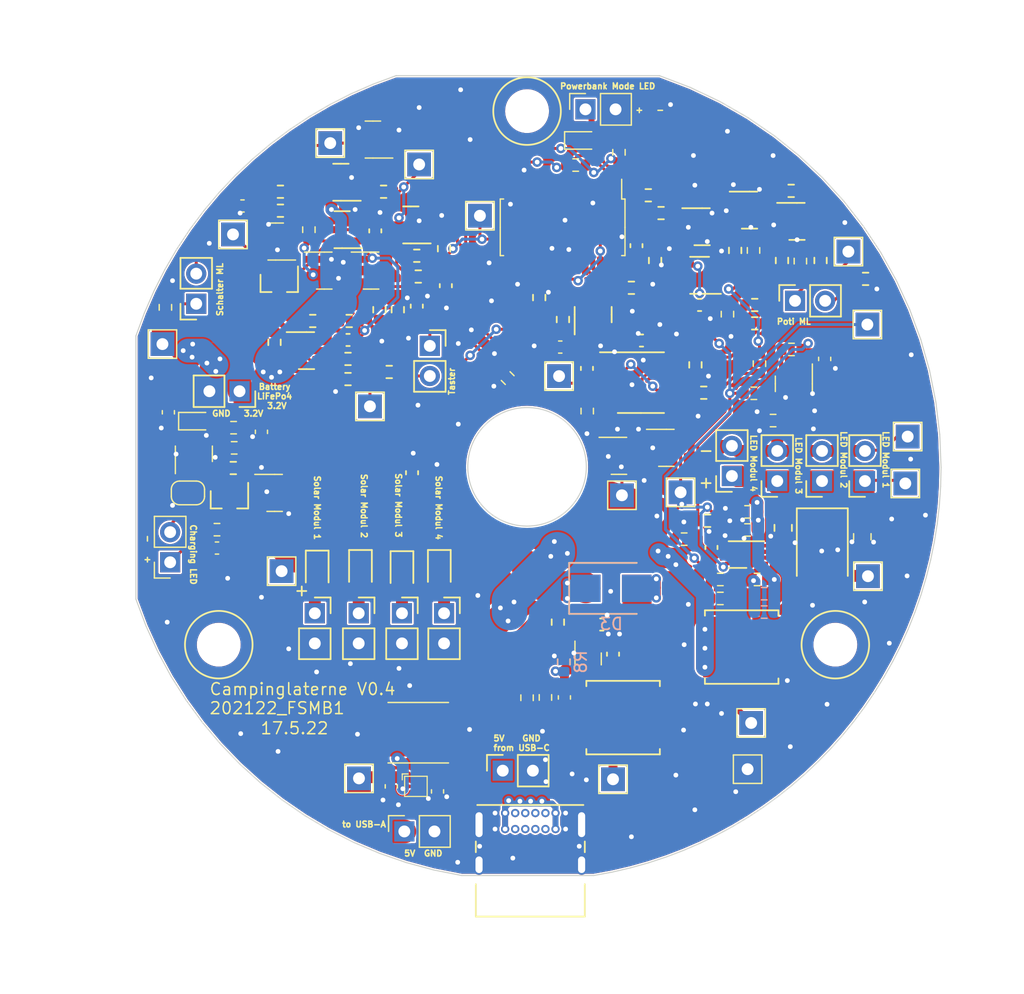
<source format=kicad_pcb>
(kicad_pcb (version 20211014) (generator pcbnew)
  (layers (0 "F.Cu" signal) (31 "B.Cu" signal) (34 "B.Paste" user) (35 "F.Paste" user) (36 "B.SilkS" user "B.Silkscreen") (37 "F.SilkS" user "F.Silkscreen") (38 "B.Mask" user) (39 "F.Mask" user) (44 "Edge.Cuts" user))
  (net 0 "")
  (net 1 "Net-(C1-Pad1)")
  (net 2 "GND")
  (net 3 "Net-(C24-Pad1)")
  (net 4 "Net-(C7-Pad1)")
  (net 5 "Net-(C8-Pad1)")
  (net 6 "Net-(D1-Pad2)")
  (net 7 "Net-(C11-Pad1)")
  (net 10 "Net-(D10-Pad2)")
  (net 11 "Net-(C18-Pad1)")
  (net 12 "Net-(C7-Pad2)")
  (net 13 "Net-(C9-Pad1)")
  (net 14 "Net-(C3-Pad1)")
  (net 15 "Net-(C14-Pad1)")
  (net 16 "Net-(J14-Pad2)")
  (net 17 "Net-(D6-Pad2)")
  (net 26 "Net-(R1-Pad2)")
  (net 27 "Net-(R16-Pad2)")
  (net 28 "Net-(Q1-Pad1)")
  (net 29 "Net-(Q2-Pad1)")
  (net 30 "Net-(Q5-Pad1)")
  (net 31 "Net-(Q5-Pad3)")
  (net 32 "Net-(Q8-Pad1)")
  (net 33 "Net-(Q9-Pad1)")
  (net 34 "Net-(Q9-Pad3)")
  (net 35 "Net-(Q10-Pad1)")
  (net 36 "Net-(Q10-Pad3)")
  (net 37 "Net-(Q11-Pad1)")
  (net 38 "Net-(Q11-Pad3)")
  (net 39 "Net-(J8-Pad2)")
  (net 40 "Net-(R30-Pad2)")
  (net 41 "Net-(D9-Pad2)")
  (net 42 "Net-(J10-Pad2)")
  (net 43 "Net-(C12-Pad1)")
  (net 44 "Net-(Q12-Pad1)")
  (net 45 "Net-(R32-Pad1)")
  (net 46 "Net-(D8-Pad2)")
  (net 53 "Net-(C2-Pad2)")
  (net 54 "Net-(R51-Pad1)")
  (net 55 "Net-(J14-Pad1)")
  (net 56 "Net-(J7-Pad1)")
  (net 57 "Net-(Q12-Pad3)")
  (net 58 "Net-(D11-Pad2)")
  (net 61 "+3V3")
  (net 62 "Net-(C5-Pad1)")
  (net 63 "Net-(C5-Pad2)")
  (net 64 "Net-(R10-Pad1)")
  (net 65 "Net-(D12-Pad2)")
  (net 66 "Net-(Q13-Pad1)")
  (net 67 "Net-(Q13-Pad3)")
  (net 68 "Net-(C26-Pad1)")
  (net 69 "Net-(R22-Pad2)")
  (net 70 "+5V")
  (net 71 "Net-(D12-Pad1)")
  (net 72 "Net-(L3-Pad2)")
  (net 73 "Net-(R45-Pad1)")
  (net 74 "Net-(R47-Pad1)")
  (net 75 "Net-(C6-Pad1)")
  (net 76 "Net-(R24-Pad2)")
  (net 77 "Net-(R28-Pad2)")
  (net 78 "Net-(R55-Pad2)")
  (net 79 "Net-(R36-Pad1)")
  (net 80 "Net-(R49-Pad1)")
  (net 81 "Net-(C2-Pad1)")
  (net 82 "Net-(L1-Pad1)")
  (net 84 "Net-(J7-Pad2)")
  (footprint "Connector_PinSocket_2.54mm:PinSocket_1x02_P2.54mm_Vertical" (layer "F.Cu") (at 167.775 110.875 180)
    (fp_text reference "J13" hide)
    (fp_text value "Conn_01x02_Female")
  )
  (footprint "Resistor_SMD:R_0603_1608Metric" (layer "F.Cu") (at 150.5 129.575 90)
    (fp_text reference "R2" hide)
    (fp_text value "100k")
  )
  (footprint "Resistor_SMD:R_0603_1608Metric" (layer "F.Cu") (at 169.9 119.6 180)
    (fp_text reference "R23" hide)
    (fp_text value "10k")
  )
  (footprint "Package_TO_SOT_SMD:SOT-23" (layer "F.Cu") (at 173 103.1 -90)
    (fp_text reference "U9" hide)
    (fp_text value "TL431DBZ")
  )
  (footprint "TestPoint:TestPoint_THTPad_2.0x2.0mm_Drill1.0mm" (layer "F.Cu") (at 125.7 90.5)
    (fp_text reference "TP8" hide)
    (fp_text value "TestPoint")
  )
  (footprint "Resistor_SMD:R_0603_1608Metric" (layer "F.Cu") (at 170.1 101.4 90)
    (fp_text reference "R28" hide)
    (fp_text value "1k")
  )
  (footprint "Resistor_SMD:R_0603_1608Metric" (layer "F.Cu") (at 120 96.65 -90)
    (fp_text reference "R5" hide)
    (fp_text value "not_ass_100k")
  )
  (footprint "Resistor_SMD:R_0603_1608Metric" (layer "F.Cu") (at 171.25 106.2 180)
    (fp_text reference "R62" hide)
    (fp_text value "10R")
  )
  (footprint "Resistor_SMD:R_0603_1608Metric" (layer "F.Cu") (at 141.2 92.3)
    (fp_text reference "R4" hide)
    (fp_text value "100k")
  )
  (footprint "Package_TO_SOT_SMD:SOT-23" (layer "F.Cu") (at 134.9 90.1 180)
    (fp_text reference "Q4" hide)
    (fp_text value "Q_NPN_BEC")
  )
  (footprint "Package_TO_SOT_SMD:SOT-23" (layer "F.Cu") (at 129.2125 112.3)
    (fp_text reference "Q7" hide)
    (fp_text value "SSM3J358R,LF")
  )
  (footprint "Resistor_SMD:R_0603_1608Metric" (layer "F.Cu") (at 164.7 101.5 90)
    (fp_text reference "R32" hide)
    (fp_text value "10k")
  )
  (footprint "Connector_USB:USB_C_Receptacle_GCT_USB4085" (layer "F.Cu") (at 147.8 139.3)
    (fp_text reference "J1" hide)
    (fp_text value "USB_C_Receptacle_USB2.0")
  )
  (footprint "MountingHole:MountingHole_3.2mm_M3_ISO14580" (layer "F.Cu") (at 176.5 125.1)
    (fp_text reference "H3" hide)
    (fp_text value "MountingHole")
  )
  (footprint "Resistor_SMD:R_0603_1608Metric" (layer "F.Cu") (at 169.1 115.425 180)
    (fp_text reference "R44" hide)
    (fp_text value "10R")
  )
  (footprint "Resistor_SMD:R_0603_1608Metric" (layer "F.Cu") (at 172 92.7 90)
    (fp_text reference "R49" hide)
    (fp_text value "68k")
  )
  (footprint "Resistor_SMD:R_0603_1608Metric" (layer "F.Cu") (at 169.625 103.9 180)
    (fp_text reference "R24" hide)
    (fp_text value "1k")
  )
  (footprint "Resistor_SMD:R_0603_1608Metric" (layer "F.Cu") (at 163.75 116.2)
    (fp_text reference "R41" hide)
    (fp_text value "10k")
  )
  (footprint "Package_SO:SOIC-16_4.55x10.3mm_P1.27mm" (layer "F.Cu") (at 153.5 89.9 -90)
    (fp_text reference "U5" hide)
    (fp_text value "4017")
  )
  (footprint "TestPoint:TestPoint_THTPad_2.0x2.0mm_Drill1.0mm" (layer "F.Cu") (at 141.4 84.6)
    (fp_text reference "TP5" hide)
    (fp_text value "TestPoint")
  )
  (footprint "Capacitor_SMD:C_0603_1608Metric" (layer "F.Cu") (at 165.05 96.45)
    (fp_text reference "C22" hide)
    (fp_text value "100n")
  )
  (footprint "Resistor_SMD:R_0603_1608Metric" (layer "F.Cu") (at 143.5 91.7 90)
    (fp_text reference "R11" hide)
    (fp_text value "1Meg")
  )
  (footprint "Capacitor_SMD:C_0603_1608Metric" (layer "F.Cu") (at 135.4 99.4 180)
    (fp_text reference "C7" hide)
    (fp_text value "100n")
  )
  (footprint "Capacitor_SMD:C_0603_1608Metric" (layer "F.Cu") (at 140.8 110.6 90)
    (fp_text reference "C10" hide)
    (fp_text value "22u 6,3V")
  )
  (footprint "Resistor_SMD:R_0603_1608Metric" (layer "F.Cu") (at 172.8 100.2 180)
    (fp_text reference "R22" hide)
    (fp_text value "10k")
  )
  (footprint "Package_DFN_QFN:DFN-8-1EP_2x2mm_P0.5mm_EP0.8x1.6mm" (layer "F.Cu") (at 155.65 125.8 -90)
    (fp_text reference "U1" hide)
    (fp_text value "ISL80015")
  )
  (footprint "Connector_PinSocket_2.54mm:PinSocket_1x02_P2.54mm_Vertical" (layer "F.Cu") (at 126.25 103.725 -90)
    (fp_text reference "J6" hide)
    (fp_text value "Conn_01x02_Female")
  )
  (footprint "Resistor_SMD:R_0603_1608Metric" (layer "F.Cu") (at 135.5 97.8)
    (fp_text reference "R6" hide)
    (fp_text value "10k")
  )
  (footprint "Capacitor_SMD:C_0603_1608Metric" (layer "F.Cu") (at 153.3 100 180)
    (fp_text reference "C12" hide)
    (fp_text value "22n")
  )
  (footprint "Resistor_SMD:R_0603_1608Metric" (layer "F.Cu") (at 169.7 98 180)
    (fp_text reference "R50" hide)
    (fp_text value "100k")
  )
  (footprint "Capacitor_SMD:C_0603_1608Metric" (layer "F.Cu") (at 157.75 125.9 90)
    (fp_text reference "C4" hide)
    (fp_text value "22u 6,3V")
  )
  (footprint "Connector_PinSocket_2.54mm:PinSocket_1x02_P2.54mm_Vertical" (layer "F.Cu") (at 171.6 111.3 180)
    (fp_text reference "J12" hide)
    (fp_text value "Conn_01x02_Female")
  )
  (footprint "Package_TO_SOT_SMD:SOT-23" (layer "F.Cu") (at 173.2625 89.4)
    (fp_text reference "Q11" hide)
    (fp_text value "Q_NPN_BEC")
  )
  (footprint "Resistor_SMD:R_0603_1608Metric" (layer "F.Cu") (at 179.05 94.25)
    (fp_text reference "R43" hide)
    (fp_text value "22k")
  )
  (footprint "Resistor_SMD:R_0603_1608Metric" (layer "F.Cu") (at 153.525 97.675 90)
    (fp_text reference "R21" hide)
    (fp_text value "100k")
  )
  (footprint "Diode_SMD:D_SMB" (layer "F.Cu") (at 157.6 120.35)
    (fp_text reference "D2" hide)
    (fp_text value "D_Schottky")
  )
  (footprint "Package_TO_SOT_SMD:SOT-23" (layer "F.Cu") (at 133.4 93.55)
    (fp_text reference "Q6" hide)
    (fp_text value "SSM3J358R,LF")
  )
  (footprint "Resistor_SMD:R_0603_1608Metric" (layer "F.Cu") (at 125.725 110.2 180)
    (fp_text reference "R35" hide)
    (fp_text value "1k")
  )
  (footprint "Capacitor_SMD:C_0603_1608Metric" (layer "F.Cu") (at 156.8 123.4)
    (fp_text reference "C1" hide)
    (fp_text value "22u 6,3V")
  )
  (footprint "Connector_PinSocket_2.54mm:PinSocket_1x02_P2.54mm_Vertical" (layer "F.Cu") (at 120.4 118.15 180)
    (fp_text reference "J17" hide)
    (fp_text value "Conn_01x02_Female")
  )
  (footprint "TestPoint:TestPoint_THTPad_2.0x2.0mm_Drill1.0mm" (layer "F.Cu") (at 169.1 135.6)
    (fp_text reference "TP3" hide)
    (fp_text value "TestPoint")
  )
  (footprint "Resistor_SMD:R_0603_1608Metric" (layer "F.Cu") (at 169.7 96.45 180)
    (fp_text reference "R42" hide)
    (fp_text value "100k")
  )
  (footprint "Capacitor_SMD:C_0603_1608Metric" (layer "F.Cu") (at 128.1 107.15 -90)
    (fp_text reference "C26" hide)
    (fp_text value "22u 6,3V")
  )
  (footprint "Capacitor_SMD:C_0603_1608Metric" (layer "F.Cu") (at 142.95 137.475 -90)
    (fp_text reference "C13" hide)
    (fp_text value "47u 6,3V")
  )
  (footprint "TestPoint:TestPoint_THTPad_2.0x2.0mm_Drill1.0mm" (layer "F.Cu") (at 137.25 105)
    (fp_text reference "TP6" hide)
    (fp_text value "TestPoint")
  )
  (footprint "Resistor_SMD:R_0603_1608Metric" (layer "F.Cu") (at 129.7 86.9 180)
    (fp_text reference "R20" hide)
    (fp_text value "100k")
  )
  (footprint "Capacitor_SMD:C_0603_1608Metric" (layer "F.Cu") (at 139.05 137.05 -90)
    (fp_text reference "C15" hide)
    (fp_text value "68u 6,3V")
  )
  (footprint "TestPoint:TestPoint_THTPad_2.0x2.0mm_Drill1.0mm" (layer "F.Cu") (at 169.4 131.7)
    (fp_text reference "TP4" hide)
    (fp_text value "TestPoint")
  )
  (footprint "LED_SMD:LED_0603_1608Metric" (layer "F.Cu") (at 122.6 106.25)
    (fp_text reference "D12" hide)
    (fp_text value "LED yellow")
  )
  (footprint "TestPoint:TestPoint_THTPad_2.0x2.0mm_Drill1.0mm" (layer "F.Cu") (at 179.25 119.325)
    (fp_text reference "TP18" hide)
    (fp_text value "TestPoint")
  )
  (footprint "Resistor_SMD:R_0603_1608Metric" (layer "F.Cu") (at 173.55 92.75 -90)
    (fp_text reference "R57" hide)
    (fp_text value "10k")
  )
  (footprint "Resistor_SMD:R_0603_1608Metric" (layer "F.Cu") (at 166.8 119.6 180)
    (fp_text reference "R19" hide)
    (fp_text value "100k")
  )
  (footprint "Capacitor_SMD:C_0805_2012Metric" (layer "F.Cu") (at 178.775 116 -90)
    (fp_text reference "C27" hide)
    (fp_text value "4µ7 25V")
  )
  (footprint "Package_TO_SOT_SMD:SOT-23" (layer "F.Cu") (at 137.5 82.5 180)
    (fp_text reference "Q14" hide)
    (fp_text value "Q_NPN_BEC")
  )
  (footprint "Package_TO_SOT_SMD:SOT-23" (layer "F.Cu") (at 131.9 100.3)
    (fp_text reference "Q2" hide)
    (fp_text value "Q_NPN_BEC")
  )
  (footprint "Package_TO_SOT_SMD:SOT-23" (layer "F.Cu") (at 137.35 93.55)
    (fp_text reference "Q3" hide)
    (fp_text value "SSM3J358R,LF")
  )
  (footprint "Capacitor_SMD:C_0603_1608Metric" (layer "F.Cu") (at 159.725 91.45 90)
    (fp_text reference "C21" hide)
    (fp_text value "100n")
  )
  (footprint "Package_TO_SOT_SMD:SOT-23" (layer "F.Cu") (at 165.2625 89.85)
    (fp_text reference "Q9" hide)
    (fp_text value "Q_NPN_BEC")
  )
  (footprint "Resistor_SMD:R_0603_1608Metric" (layer "F.Cu") (at 139.6 96.85 90)
    (fp_text reference "R14" hide)
    (fp_text value "1Meg")
  )
  (footprint "Package_DFN_QFN:DFN-8-1EP_3x2mm_P0.5mm_EP1.3x1.5mm" (layer "F.Cu") (at 169 117.5 180)
    (fp_text reference "U6" hide)
    (fp_text value "MCP1664")
  )
  (footprint "TestPoint:TestPoint_THTPad_2.0x2.0mm_Drill1.0mm" (layer "F.Cu") (at 179.2 98.1)
    (fp_text reference "TP19" hide)
    (fp_text value "TestPoint")
  )
  (footprint "Resistor_SMD:R_0603_1608Metric" (layer "F.Cu") (at 161.8 88.7)
    (fp_text reference "R47" hide)
    (fp_text value "100k")
  )
  (footprint "Resistor_SMD:R_0603_1608Metric" (layer "F.Cu") (at 153.1 123.2 -90)
    (fp_text reference "R1" hide)
    (fp_text value "10k")
  )
  (footprint "TestPoint:TestPoint_THTPad_2.0x2.0mm_Drill1.0mm" (layer "F.Cu") (at 133.9 82.8)
    (fp_text reference "TP9" hide)
    (fp_text value "TestPoint")
  )
  (footprint "Resistor_SMD:R_0603_1608Metric" (layer "F.Cu") (at 125.8 108.5 180)
    (fp_text reference "R34" hide)
    (fp_text value "1k")
  )
  (footprint "Resistor_SMD:R_0603_1608Metric" (layer "F.Cu") (at 124.35 115.4 180)
    (fp_text reference "R27" hide)
    (fp_text value "100k")
  )
  (footprint "Resistor_SMD:R_0603_1608Metric" (layer "F.Cu") (at 148.866637 102.616637 -45)
    (fp_text reference "R56" hide)
    (fp_text value "10k")
  )
  (footprint "Diode_SMD:D_0805_2012Metric" (layer "F.Cu") (at 143.1 118.8 -90)
    (fp_text reference "D8" hide)
    (fp_text value "D_Schottky")
  )
  (footprint "Resistor_SMD:R_0603_1608Metric" (layer "F.Cu") (at 132.425 97.8)
    (fp_text reference "R16" hide)
    (fp_text value "10k")
  )
  (footprint "Package_TO_SOT_SMD:SOT-23" (layer "F.Cu") (at 158.25 109.175)
    (fp_text reference "Q13" hide)
    (fp_text value "Q_NPN_BEC")
  )
  (footprint "Capacitor_SMD:C_0603_1608Metric" (layer "F.Cu") (at 141.2 96.55 90)
    (fp_text reference "C6" hide)
    (fp_text value "100n")
  )
  (footprint "Connector_PinSocket_2.54mm:PinSocket_1x02_P2.54mm_Vertical" (layer "F.Cu") (at 140.15 140.85 90)
    (fp_text reference "J9" hide)
    (fp_text value "Conn_01x02_Female")
  )
  (footprint "Package_TO_SOT_SMD:SOT-23" (layer "F.Cu") (at 140.7 89.7 180)
    (fp_text reference "Q1" hide)
    (fp_text value "Q_NPN_BEC")
  )
  (footprint "Resistor_SMD:R_0603_1608Metric" (layer "F.Cu") (at 169.6 91.85 90)
    (fp_text reference "R52" hide)
    (fp_text value "1Meg")
  )
  (footprint "Resistor_SMD:R_0603_1608Metric" (layer "F.Cu") (at 175.25 92.7 90)
    (fp_text reference "R53" hide)
    (fp_text value "10k")
  )
  (footprint "Package_BGA:Maxim_WLP-9_1.595x1.415_Layout3x3_P0.4mm_Ball0.27mm_Pad0.25mm_NSMD" (layer "F.Cu") (at 141.125 137.05)
    (fp_text reference "U3" hide)
    (fp_text value "FAN48610")
  )
  (footprint "TestPoint:TestPoint_THTPad_2.0x2.0mm_Drill1.0mm" (layer "F.Cu") (at 182.4 111.5)
    (fp_text reference "TP14" hide)
    (fp_text value "TestPoint")
  )
  (footprint "Capacitor_SMD:C_0603_1608Metric" (layer "F.Cu") (at 143.65 94.825 -90)
    (fp_text reference "C11" hide)
    (fp_text value "22u 6,3V")
  )
  (footprint "Connector_PinSocket_2.54mm:PinSocket_1x02_P2.54mm_Vertical" (layer "F.Cu") (at 175.375 111.3 180)
    (fp_text reference "J11" hide)
    (fp_text value "Conn_01x02_Female")
  )
  (footprint "TestPoint:TestPoint_THTPad_2.0x2.0mm_Drill1.0mm" (layer "F.Cu") (at 129.8 118.9)
    (fp_text reference "TP2" hide)
    (fp_text value "TestPoint")
  )
  (footprint "TestPoint:TestPoint_THTPad_2.0x2.0mm_Drill1.0mm" (layer "F.Cu") (at 182.6 107.55)
    (fp_text reference "TP15" hide)
    (fp_text value "TestPoint")
  )
  (footprint "Diode_SMD:D_SMB" (layer "F.Cu") (at 175.4 117.15 -90)
    (fp_text reference "D6" hide)
    (fp_text value "D_Schottky")
  )
  (footprint "Resistor_SMD:R_0603_1608Metric" (layer "F.Cu") (at 165.4 103.85)
    (fp_text reference "R33" hide)
    (fp_text value "100k")
  )
  (footprint "Capacitor_SMD:C_0603_1608Metric" (layer "F.Cu") (at 175.6 101 -90)
    (fp_text reference "C8" hide)
    (fp_text value "22u 6,3V")
  )
  (footprint "Package_TO_SOT_SMD:SOT-23" (layer "F.Cu") (at 134.8 86.1 180)
    (fp_text reference "Q8" hide)
    (fp_text value "Q_NPN_BEC")
  )
  (footprint "Capacitor_SMD:C_0603_1608Metric" (layer "F.Cu") (at 160.15 99.45 180)
    (fp_text reference "C23" hide)
    (fp_text value "100n")
  )
  (footprint "Resistor_SMD:R_0603_1608Metric" (layer "F.Cu") (at 155.575 105.4 -90)
    (fp_text reference "R48" hide)
    (fp_text value "10k")
  )
  (footprint "Resistor_SMD:R_0603_1608Metric" (layer "F.Cu") (at 160.725 87.2)
    (fp_text reference "R45" hide)
    (fp_text value "100k")
  )
  (footprint "Resistor_SMD:R_0603_1608Metric" (layer "F.Cu") (at 168.05 91.85 90)
    (fp_text reference "R46" hide)
    (fp_text value "100k")
  )
  (footprint "TestPoint:TestPoint_THTPad_2.0x2.0mm_Drill1.0mm" (layer "F.Cu") (at 163.45 112.25)
    (fp_text reference "TP12" hide)
    (fp_text value "TestPoint")
  )
  (footprint "Resistor_SMD:R_0603_1608Metric" (layer "F.Cu") (at 167.4 97.225 90)
    (fp_text reference "R55" hide)
    (fp_text value "1k")
  )
  (footprint "Package_TO_SOT_SMD:SOT-23" (layer "F.Cu") (at 122.4 109 90)
    (fp_text reference "U4" hide)
    (fp_text value "BD48K35G-TL")
  )
  (footprint "Inductor_SMD:L_Bourns_SRN6045TA" (layer "F.Cu") (at 158.6 131.25)
    (fp_text reference "L1" hide)
    (fp_text value "SRN6045TA-3R3Y 3µ3")
  )
  (footprint "TestPoint:TestPoint_THTPad_2.0x2.0mm_Drill1.0mm" (layer "F.Cu") (at 158.5 112.5)
    (fp_text reference "TP10" hide)
    (fp_text value "TestPoint")
  )
  (footprint "Resistor_SMD:R_0603_1608Metric" (layer "F.Cu") (at 152.05 129.55 90)
    (fp_text reference "R25" hide)
    (fp_text value "100k")
  )
  (footprint "Resistor_SMD:R_0603_1608Metric" (layer "F.Cu") (at 138.875 102.1 180)
    (fp_text reference "R13" hide)
    (fp_text value "10k")
  )
  (footprint "Inductor_SMD:L_Taiyo-Yuden_NR-50xx" (layer "F.Cu") (at 141.325 132.525 180)
    (fp_text reference "L3" hide)
    (fp_text value "NRS5030TR47NMGJ")
  )
  (footprint "Connector_PinSocket_2.54mm:PinSocket_1x02_P2.54mm_Vertical" (layer "F.Cu") (at 136.3 122.45)
    (fp_text reference "J4" hide)
    (fp_text value "Conn_01x02_Female")
  )
  (footprint "Resistor_SMD:R_0603_1608Metric" (layer "F.Cu") (at 159.3 95)
    (fp_text reference "R29" hide)
    (fp_text value "100k")
  )
  (footprint "Capacitor_SMD:C_0805_2012Metric" (layer "F.Cu") (at 172.1 115.25 -90)
    (fp_text reference "C14" hide)
    (fp_text value "4µ7 25V")
  )
  (footprint "Package_TO_SOT_SMD:SOT-23" (layer "F.Cu") (at 162.25 108.5)
    (fp_text reference "Q12" hide)
    (fp_text value "Q_NPN_BEC")
  )
  (footprint "TestPoint:TestPoint_THTPad_2.0x2.0mm_Drill1.0mm" (layer "F.Cu") (at 146.525 88.925)
    (fp_text reference "TP11" hide)
    (fp_text value "TestPoint")
  )
  (footprint "TestPoint:TestPoint_THTPad_2.0x2.0mm_Drill1.0mm" (layer "F.Cu") (at 136.325 136.375)
    (fp_text reference "TP13" hide)
    (fp_text value "TestPoint")
  )
  (footprint "Diode_SMD:D_0805_2012Metric" (layer "F.Cu") (at 136.45 118.8 -90)
    (fp_text reference "D10" hide)
    (fp_text value "D_Schottky")
  )
  (footprint "Connector_PinSocket_2.54mm:PinSocket_1x02_P2.54mm_Vertical" (layer "F.Cu") (at 155.425 79.95 90)
    (fp_text reference "J16" hide)
    (fp_text value "Conn_01x02_Female")
  )
  (footprint "LED_SMD:LED_0603_1608Metric" (layer "F.Cu") (at 155.15 82.575)
    (fp_text reference "D11" hide)
    (fp_text value "LED orange")
  )
  (footprint "Package_TO_SOT_SMD:SOT-23" (layer "F.Cu") (at 169.2625 88.45)
    (fp_text reference "Q10" hide)
    (fp_text value "Q_NPN_BEC")
  )
  (footprint "Connector_PinSocket_2.54mm:PinSocket_1x02_P2.54mm_Vertical" (layer "F.Cu") (at 143.5 122.45)
    (fp_text reference "J2" hide)
    (fp_text value "Conn_01x02_Female")
  )
  (footprint "Connector_PinSocket_2.54mm:PinSocket_1x02_P2.54mm_Vertical" (layer "F.Cu") (at 139.95 122.45)
    (fp_text reference "J3" hide)
    (fp_text value "Conn_01x02_Female")
  )
  (footprint "Resistor_SMD:R_0603_1608Metric" (layer "F.Cu") (at 154.6 84.65 180)
    (fp_text reference "R38" hide)
    (fp_text value "10k")
  )
  (footprint "Package_TO_SOT_SMD:SOT-23-5" (layer "F.Cu") (at 165.05 93.95 180)
    (fp_text reference "U8" hide)
    (fp_text value "AZV321KSTR-G1")
  )
  (footprint "Resistor_SMD:R_0603_1608Metric" (layer "F.Cu") (at 138.4 86.9 180)
    (fp_text reference "R39" hide)
    (fp_text value "10k")
  )
  (footprint "Connector_PinSocket_2.54mm:PinSocket_1x02_P2.54mm_Vertical" (layer "F.Cu") (at 173.1 96.1 90)
    (fp_text reference "J14" hide)
    (fp_text value "Conn_01x02_Female")
  )
  (footprint "Resistor_SMD:R_0603_1608Metric" (layer "F.Cu") (at 138.05 96.85 90)
    (fp_text reference "R12" hide)
    (fp_text value "100k")
  )
  (footprint "Package_SO:SOIC-8_3.9x4.9mm_P1.27mm" (layer "F.Cu") (at 160.1 103)
    (fp_text reference "U7" hide)
    (fp_text value "SA555DR")
  )
  (footprint "Capacitor_SMD:C_0603_1608Metric" (layer "F.Cu") (at 120.25 105.5 -90)
    (fp_text reference "C24" hide)
    (fp_text value "22u 6,3V")
  )
  (footprint "Capacitor_SMD:C_0603_1608Metric" (layer "F.Cu") (at 124.35 116.95 180)
    (fp_text reference "C5" hide)
    (fp_text value "not_ass_22n")
  )
  (footprint "Connector_PinSocket_2.54mm:PinSocket_1x02_P2.54mm_Vertical" (layer "F.Cu") (at 122.6 96.35 180)
    (fp_text reference "J7" hide)
    (fp_text value "Conn_01x02_Female")
  )
  (footprint "Connector_PinSocket_2.54mm:PinSocket_1x02_P2.54mm_Vertical" (layer "F.Cu") (at 148.45 135.725 90)
    (fp_text reference "J15" hide)
    (fp_text value "Conn_01x02_Female")
  )
  (footprint "Connector_PinSocket_2.54mm:PinSocket_1x02_P2.54mm_Vertical" (layer "F.Cu") (at 142.3 99.9)
    (fp_text reference "J8" hide)
    (fp_text value "Conn_01x02_Female")
  )
  (footprint "Inductor_SMD:L_Bourns_SRN6045TA" (layer "F.Cu") (at 168.6 125.3)
    (fp_text reference "L4" hide)
    (fp_text value "SRN6045TA-8R2M 8µ2")
  )
  (footprint "Resistor_SMD:R_0603_1608Metric" (layer "F.Cu") (at 166.8 121.2 180)
    (fp_text reference "R10" hide)
    (fp_text value "100k")
  )
  (footprint "Resistor_SMD:R_0603_1608Metric" (layer "F.Cu") (at 165.725 114.65 180)
    (fp_text reference "R37" hide)
    (fp_text value "not_ass_1k")
  )
  (footprint "Resistor_SMD:R_0603_1608Metric" (layer "F.Cu") (at 135.4 102.7 180)
    (fp_text reference "R15" hide)
    (fp_text value "100k")
  )
  (footprint "TestPoint:TestPoint_THTPad_2.0x2.0mm_Drill1.0mm" (layer "F.Cu") (at 153.2 102.45)
    (fp_text reference "TP16" hide)
    (fp_text value "TestPoint")
  )
  (footprint "Diode_SMD:D_0805_2012Metric" (layer "F.Cu") (at 139.95 118.9 -90)
    (fp_text reference "D9" hide)
    (fp_text value "D_Schottky")
  )
  (footprint "Connector_PinSocket_2.54mm:PinSocket_1x02_P2.54mm_Vertical" (layer "F.Cu") (at 132.6 122.45)
    (fp_text reference "J5" hide)
    (fp_text value "Conn_01x02_Female")
  )
  (footprint "Capacitor_SMD:C_0603_1608Metric" (layer "F.Cu") (at 137.7 90.2 90)
    (fp_text reference "C9" hide)
    (fp_text value "100n")
  )
  (footprint "Resistor_SMD:R_0603_1608Metric" (layer "F.Cu") (at 135.4 101 180)
    (fp_text reference "R17" hide)
    (fp_text value "1Meg")
  )
  (footprint "Resistor_SMD:R_0603_1608Metric" (layer "F.Cu") (at 129.7 88.5 180)
    (fp_text reference "R18" hide)
    (fp_text value "100k")
  )
  (footprint "Package_TO_SOT_SMD:SOT-23" (layer "F.Cu") (at 129.3 91.1 180)
    (fp_text reference "U2" hide)
    (fp_text value "BD48K30G-TL")
  )
  (footprint "Resistor_SMD:R_0603_1608Metric" (layer "F.Cu") (at 151.525 95.825 90)
    (fp_text reference "R40" hide)
    (fp_text value "1Meg")
  )
  (footprint "Resistor_SMD:R_0603_1608Metric" (layer "F.Cu") (at 169.1 113.9 180)
    (fp_text reference "R61" hide)
    (fp_text value "10R")
  )
  (footprint "Resistor_SMD:R_0603_1608Metric" (layer "F.Cu") (at 172.775 86.825)
    (fp_text reference "R51" hide)
    (fp_text value "100k")
  )
  (footprint "Diode_SMD:D_SOT-23_ANK" (layer "F.Cu") (at 129.6 94.6 -90)
    (fp_text reference "D4" hide)
    (fp_text value "15V")
  )
  (footprint "Package_TO_SOT_SMD:SOT-23" (layer "F.Cu") (at 156.075 97.2625 90)
    (fp_text reference "Q5" hide)
    (fp_text value "Q_NPN_BEC")
  )
  (footprint "Resistor_SMD:R_0603_1608Metric" (layer "F.Cu") (at 153.6 126.55 90)
    (fp_text reference "R3" hide)
    (fp_text value "10k")
  )
  (footprint "Resistor_SMD:R_0603_1608Metric" (layer "F.Cu") (at 161.3 92.7 90)
    (fp_text reference "R30" hide)
    (fp_text value "100k")
  )
  (footprint "Connector_PinSocket_2.54mm:PinSocket_1x02_P2.54mm_Vertical" (layer "F.Cu") (at 179 111.3 180)
    (fp_text reference "J10" hide)
    (fp_text value "Conn_01x02_Female")
  )
  (footprint "TestPoint:TestPoint_THTPad_2.0x2.0mm_Drill1.0mm" (layer "F.Cu") (at 177.6 91.95 180)
    (fp_text reference "TP17" hide)
    (fp_text value "TestPoint")
  )
  (footprint "MountingHole:MountingHole_3.2mm_M3_ISO14580" (layer "F.Cu") (at 124.5 125.1)
    (fp_text reference "H1" hide)
    (fp_text value "MountingHole")
  )
  (footprint "Resistor_SMD:R_0603_1608Metric" (layer "F.Cu") (at 141.325 94.05)
    (fp_text reference "R26" hide)
    (fp_text value "10k")
  )
  (footprint "Capacitor_SMD:C_0603_1608Metric" (layer "F.Cu") (at 155.55 101.8 90)
    (fp_text reference "C18" hide)
    (fp_text value "22n")
  )
  (footprint "TestPoint:TestPoint_THTPad_2.0x2.0mm_Drill1.0mm" (layer "F.Cu") (at 119.75 99.75)
    (fp_text reference "TP7" hide)
    (fp_text value "TestPoint")
  )
  (footprint "Diode_SMD:D_0805_2012Metric" (layer "F.Cu") (at 132.8 118.85 -90)
    (fp_text reference "D1" hide)
    (fp_text value "D_Schottky")
  )
  (footprint "Resistor_SMD:R_0603_1608Metric" (layer "F.Cu") (at 132.1 90.1 90)
    (fp_text reference "R9" hide)
    (fp_text value "1k")
  )
  (footprint "TestPoint:TestPoint_THTPad_2.0x2.0mm_Drill1.0mm" (layer "F.Cu") (at 157.75 136.45 180)
    (fp_text reference "TP1" hide)
    (fp_text value "TestPoint")
  )
  (footprint "Capacitor_SMD:C_0603_1608Metric" (layer "F.Cu") (at 126.5 88.1 180)
    (fp_text reference "C3" hide)
    (fp_text value "22u 6,3V")
  )
  (footprint "Capacitor_SMD:C_0603_1608Metric" (layer "F.Cu") (at 166.05 116.9 90)
    (fp_text reference "C20" hide)
    (fp_text value "22u 6,3V")
  )
  (footprint "Capacitor_SMD:C_0603_1608Metric" (layer "F.Cu") (at 153.65 129.55 90)
    (fp_text reference "C2" hide)
    (fp_text value "22p")
  )
  (footprint "Resistor_SMD:R_0603_1608Metric" (layer "F.Cu") (at 129.2 99.6 90)
    (fp_text reference "R7" hide)
    (fp_text value "100k")
  )
  (footprint "Resistor_SMD:R_0603_1608Metric" (layer "F.Cu") (at 158.25 83.575 90)
    (fp_text reference "R36" hide)
    (fp_text value "1k")
  )
  (footprint "Diode_SMD:D_SOT-23_ANK" (layer "F.Cu") (at 125.4 112.85 -90)
    (fp_text reference "D7" hide)
    (fp_text value "15V")
  )
  (footprint "MountingHole:MountingHole_3.2mm_M3_ISO14580" (layer "F.Cu") (at 150.5 80.1)
    (fp_text reference "H2" hide)
    (fp_text value "MountingHole")
  )
  (footprint "Resistor_SMD:R_0603_1608Metric" (layer "F.Cu") (at 125.75 106.8 180)
    (fp_text reference "R63" hide)
    (fp_text value "not_ass_1k")
  )
  (footprint "Jumper:SolderJumper-2_P1.3mm_Open_RoundedPad1.0x1.5mm" (layer "F.Cu") (at 121.9 112.3)
    (fp_text reference "JP2" hide)
    (fp_text value "SolderJumper_2_Open")
  )
  (footprint "Resistor_SMD:R_0603_1608Metric" (layer "B.Cu") (at 170.5 120.8)
    (fp_text reference "R54" hide)
    (fp_text value "100k")
  )
  (footprint "Resistor_SMD:R_0603_1608Metric" (layer "B.Cu") (at 170.5 122.35)
    (fp_text reference "R31" hide)
    (fp_text value "100k")
  )
  (footprint "Resistor_SMD:R_0603_1608Metric" (layer "B.Cu") (at 153.6 126.55 90)
    (fp_text reference "R8")
    (fp_text value "100k")
  )
  (footprint "Diode_SMD:D_SMB" (layer "B.Cu") (at 157.6 120.35)
    (fp_text reference "D3")
    (fp_text value "D_Schottky")
  )
  (gr_circle (center 124.5 125.1) (end 127.35 125.1) (layer "F.SilkS") (width 0.15) (fill none))
  (gr_circle (center 150.5 80.1) (end 153.35 80.1) (layer "F.SilkS") (width 0.15) (fill none))
  (gr_circle (center 176.5 125.1) (end 179.35 125.1) (layer "F.SilkS") (width 0.15) (fill none))
  (gr_line (start 157.68813 144.277093) (end 159.230133 143.919093) (layer "Edge.Cuts") (width 0.099972))
  (gr_line (start 117.515126 121.259232) (end 117.515126 121.259232) (layer "Edge.Cuts") (width 0.099972))
  (gr_line (start 175.046745 134.962174) (end 176.096766 133.879129) (layer "Edge.Cuts") (width 0.099972))
  (gr_line (start 178.952918 130.373874) (end 179.802154 129.125771) (layer "Edge.Cuts") (width 0.099972))
  (gr_line (start 120.953915 91.750004) (end 119.943433 93.484886) (layer "Edge.Cuts") (width 0.099972))
  (gr_line (start 120.487431 127.78933) (end 121.751801 129.786875) (layer "Edge.Cuts") (width 0.099972))
  (gr_line (start 119.943433 93.484886) (end 119.031113 95.282507) (layer "Edge.Cuts") (width 0.099972))
  (gr_line (start 183.699576 99.347681) (end 182.764811 96.819111) (layer "Edge.Cuts") (width 0.099972))
  (gr_line (start 119.355699 125.698678) (end 120.487431 127.78933) (layer "Edge.Cuts") (width 0.099972))
  (gr_line (start 144.997169 144.567372) (end 144.997169 144.567372) (layer "Edge.Cuts") (width 0.099972))
  (gr_line (start 117.515124 99.051801) (end 117.515126 121.259232) (layer "Edge.Cuts") (width 0.099972))
  (gr_line (start 118.36285 123.520213) (end 119.355699 125.698678) (layer "Edge.Cuts") (width 0.099972))
  (gr_line (start 185.414852 110.155003) (end 185.414852 110.155003) (layer "Edge.Cuts") (width 0.099972))
  (gr_line (start 166.474194 141.173022) (end 167.819644 140.444542) (layer "Edge.Cuts") (width 0.099972))
  (gr_line (start 137.535364 77.819912) (end 135.678768 78.630933) (layer "Edge.Cuts") (width 0.099972))
  (gr_line (start 172.808465 136.989962) (end 173.95016 135.999687) (layer "Edge.Cuts") (width 0.099972))
  (gr_line (start 166.760758 79.289815) (end 164.271407 78.10712) (layer "Edge.Cuts") (width 0.099972))
  (gr_line (start 173.462087 83.87643) (end 171.363317 82.184514) (layer "Edge.Cuts") (width 0.099972))
  (gr_line (start 121.751801 129.786875) (end 123.142565 131.686017) (layer "Edge.Cuts") (width 0.099972))
  (gr_line (start 133.791756 140.717836) (end 135.892444 141.779873) (layer "Edge.Cuts") (width 0.099972))
  (gr_line (start 123.255206 88.482622) (end 122.05902 90.081402) (layer "Edge.Cuts") (width 0.099972))
  (gr_line (start 182.764811 96.819111) (end 181.642103 94.379931) (layer "Edge.Cuts") (width 0.099972))
  (gr_line (start 184.536138 117.952434) (end 184.848601 116.432805) (layer "Edge.Cuts") (width 0.099972))
  (gr_circle locked (center 150.5 110.1) (end 155.5 110.1) (layer "Edge.Cuts") (width 0.1) (fill none))
  (gr_line (start 127.35485 84.140626) (end 125.906662 85.508692) (layer "Edge.Cuts") (width 0.099972))
  (gr_line (start 162.225307 143.006758) (end 163.675573 142.455837) (layer "Edge.Cuts") (width 0.099972))
  (gr_line (start 135.892444 141.779873) (end 138.069573 142.701141) (layer "Edge.Cuts") (width 0.099972))
  (gr_line (start 156.118454 144.567372) (end 156.118454 144.567372) (layer "Edge.Cuts") (width 0.099972))
  (gr_line (start 139.447635 77.114126) (end 139.447635 77.114126) (layer "Edge.Cuts") (width 0.099972))
  (gr_line (start 123.142565 131.686017) (end 124.653479 133.48146) (layer "Edge.Cuts") (width 0.099972))
  (gr_line (start 180.597561 127.840672) (end 181.337687 126.520283) (layer "Edge.Cuts") (width 0.099972))
  (gr_line (start 125.906662 85.508692) (end 124.538934 86.957205) (layer "Edge.Cuts") (width 0.099972))
  (gr_line (start 183.716304 120.919959) (end 184.158221 119.448721) (layer "Edge.Cuts") (width 0.099972))
  (gr_line (start 179.802154 129.125771) (end 180.597561 127.840672) (layer "Edge.Cuts") (width 0.099972))
  (gr_line (start 122.05902 90.081402) (end 120.953915 91.750004) (layer "Edge.Cuts") (width 0.099972))
  (gr_line (start 171.623113 137.931292) (end 172.808465 136.989962) (layer "Edge.Cuts") (width 0.099972))
  (gr_line (start 117.515124 99.051801) (end 117.515124 99.051801) (layer "Edge.Cuts") (width 0.099972))
  (gr_line (start 135.678768 78.630933) (end 133.881389 79.543648) (layer "Edge.Cuts") (width 0.099972))
  (gr_line (start 124.538934 86.957205) (end 123.255206 88.482622) (layer "Edge.Cuts") (width 0.099972))
  (gr_line (start 138.069573 142.701141) (end 140.3169 143.476344) (layer "Edge.Cuts") (width 0.099972))
  (gr_line (start 139.447635 77.114126) (end 139.447635 77.114126) (layer "Edge.Cuts") (width 0.099972))
  (gr_line (start 119.031113 95.282507) (end 118.220497 97.139326) (layer "Edge.Cuts") (width 0.099972))
  (gr_line (start 160.743009 143.495079) (end 162.225307 143.006758) (layer "Edge.Cuts") (width 0.099972))
  (gr_line (start 129.84468 138.192636) (end 131.773753 139.520325) (layer "Edge.Cuts") (width 0.099972))
  (gr_line (start 161.666298 77.114251) (end 139.447635 77.114126) (layer "Edge.Cuts") (width 0.099972))
  (gr_line (start 167.819644 140.444542) (end 169.127249 139.660289) (layer "Edge.Cuts") (width 0.099972))
  (gr_line (start 178.861737 89.809921) (end 177.218515 87.699177) (layer "Edge.Cuts") (width 0.099972))
  (gr_line (start 182.021076 125.16631) (end 182.646278 123.78046) (layer "Edge.Cuts") (width 0.099972))
  (gr_line (start 133.881389 79.543648) (end 132.146767 80.554517) (layer "Edge.Cuts") (width 0.099972))
  (gr_line (start 176.096766 133.879129) (end 177.09877 132.752259) (layer "Edge.Cuts") (width 0.099972))
  (gr_line (start 118.220497 97.139326) (end 117.515124 99.051801) (layer "Edge.Cuts") (width 0.099972))
  (gr_line (start 128.010781 136.740065) (end 129.84468 138.192636) (layer "Edge.Cuts") (width 0.099972))
  (gr_line (start 156.118454 144.567372) (end 157.68813 144.277093) (layer "Edge.Cuts") (width 0.099972))
  (gr_line (start 183.211838 122.364441) (end 183.716304 120.919959) (layer "Edge.Cuts") (width 0.099972))
  (gr_line (start 142.62818 144.100187) (end 144.997169 144.567372) (layer "Edge.Cuts") (width 0.099972))
  (gr_line (start 161.666298 77.114251) (end 161.666298 77.114251) (layer "Edge.Cuts") (width 0.099972))
  (gr_line (start 126.278299 135.167908) (end 128.010781 136.740065) (layer "Edge.Cuts") (width 0.099972))
  (gr_line (start 165.092353 141.844023) (end 166.474194 141.173022) (layer "Edge.Cuts") (width 0.099972))
  (gr_line (start 185.094157 114.89154) (end 185.271353 113.330347) (layer "Edge.Cuts") (width 0.099972))
  (gr_line (start 171.363317 82.184514) (end 169.127135 80.652295) (layer "Edge.Cuts") (width 0.099972))
  (gr_line (start 170.395556 138.82197) (end 171.623113 137.931292) (layer "Edge.Cuts") (width 0.099972))
  (gr_line (start 175.416226 85.717999) (end 173.462087 83.87643) (layer "Edge.Cuts") (width 0.099972))
  (gr_line (start 131.773753 139.520325) (end 133.791756 140.717836) (layer "Edge.Cuts") (width 0.099972))
  (gr_line (start 184.976408 104.632821) (end 184.439182 101.955599) (layer "Edge.Cuts") (width 0.099972))
  (gr_line (start 177.218515 87.699177) (end 175.416226 85.717999) (layer "Edge.Cuts") (width 0.099972))
  (gr_line (start 130.478443 81.659997) (end 128.879957 82.856547) (layer "Edge.Cuts") (width 0.099972))
  (gr_line (start 128.879957 82.856547) (end 127.35485 84.140626) (layer "Edge.Cuts") (width 0.099972))
  (gr_line (start 180.338673 92.040187) (end 178.861737 89.809921) (layer "Edge.Cuts") (width 0.099972))
  (gr_line (start 178.051305 131.583272) (end 178.952918 130.373874) (layer "Edge.Cuts") (width 0.099972))
  (gr_line (start 185.414852 110.155003) (end 185.304038 107.369304) (layer "Edge.Cuts") (width 0.099972))
  (gr_line (start 169.127135 80.652295) (end 166.760758 79.289815) (layer "Edge.Cuts") (width 0.099972))
  (gr_line (start 169.127249 139.660289) (end 170.395556 138.82197) (layer "Edge.Cuts") (width 0.099972))
  (gr_line (start 181.642103 94.379931) (end 180.338673 92.040187) (layer "Edge.Cuts") (width 0.099972))
  (gr_line (start 117.515126 121.259232) (end 118.36285 123.520213) (layer "Edge.Cuts") (width 0.099972))
  (gr_line (start 185.378736 111.750933) (end 185.414852 110.155003) (layer "Edge.Cuts") (width 0.099972))
  (gr_line (start 185.271353 113.330347) (end 185.378736 111.750933) (layer "Edge.Cuts") (width 0.099972))
  (gr_line (start 181.337687 126.520283) (end 182.021076 125.16631) (layer "Edge.Cuts") (width 0.099972))
  (gr_line (start 139.447635 77.114126) (end 137.535364 77.819912) (layer "Edge.Cuts") (width 0.099972))
  (gr_line (start 144.997169 144.567372) (end 156.118454 144.567372) (layer "Edge.Cuts") (width 0.099972))
  (gr_line (start 173.95016 135.999687) (end 175.046745 134.962174) (layer "Edge.Cuts") (width 0.099972))
  (gr_line (start 184.439182 101.955599) (end 183.699576 99.347681) (layer "Edge.Cuts") (width 0.099972))
  (gr_line (start 164.271407 78.10712) (end 161.666298 77.114251) (layer "Edge.Cuts") (width 0.099972))
  (gr_line (start 177.09877 132.752259) (end 178.051305 131.583272) (layer "Edge.Cuts") (width 0.099972))
  (gr_line (start 184.848601 116.432805) (end 185.094157 114.89154) (layer "Edge.Cuts") (width 0.099972))
  (gr_line (start 182.646278 123.78046) (end 183.211838 122.364441) (layer "Edge.Cuts") (width 0.099972))
  (gr_line (start 124.653479 133.48146) (end 126.278299 135.167908) (layer "Edge.Cuts") (width 0.099972))
  (gr_line (start 184.158221 119.448721) (end 184.536138 117.952434) (layer "Edge.Cuts") (width 0.099972))
  (gr_line (start 185.304038 107.369304) (end 184.976408 104.632821) (layer "Edge.Cuts") (width 0.099972))
  (gr_line (start 132.146767 80.554517) (end 130.478443 81.659997) (layer "Edge.Cuts") (width 0.099972))
  (gr_line (start 159.230133 143.919093) (end 160.743009 143.495079) (layer "Edge.Cuts") (width 0.099972))
  (gr_line (start 140.3169 143.476344) (end 142.62818 144.100187) (layer "Edge.Cuts") (width 0.099972))
  (gr_line (start 163.675573 142.455837) (end 165.092353 141.844023) (layer "Edge.Cuts") (width 0.099972))
  (gr_text "Solar Modul 1" (at 132.8 113.55 270) (layer "F.SilkS") (effects (font (size 0.5 0.5) (thickness 0.125))))
  (gr_text "LED Modul 4" (at 169.6 109.8 270) (layer "F.SilkS") (effects (font (size 0.5 0.5) (thickness 0.125))))
  (gr_text "+   -" (at 118.45 117.05 90) (layer "F.SilkS") (effects (font (size 0.5 0.5) (thickness 0.125))))
  (gr_text "LED Modul 1" (at 180.75 109.5 270) (layer "F.SilkS") (effects (font (size 0.5 0.5) (thickness 0.125))))
  (gr_text "Solar Modul 4" (at 143.05 113.55 270) (layer "F.SilkS") (effects (font (size 0.5 0.5) (thickness 0.125))))
  (gr_text "Taster" (at 144.15 102.9 90) (layer "F.SilkS") (effects (font (size 0.5 0.5) (thickness 0.125))))
  (gr_text "Poti ML" (at 173 97.85) (layer "F.SilkS") (effects (font (size 0.5 0.5) (thickness 0.125))))
  (gr_text "to USB-A" (at 136.75 140.25) (layer "F.SilkS") (effects (font (size 0.5 0.5) (thickness 0.125))))
  (gr_text "Schalter ML" (at 124.6 95.15 90) (layer "F.SilkS") (effects (font (size 0.5 0.5) (thickness 0.125))))
  (gr_text "+" (at 165.6 111.4) (layer "F.SilkS") (effects (font (size 1 1))))
  (gr_text "5V  GND" (at 141.75 142.7) (layer "F.SilkS") (effects (font (size 0.5 0.5) (thickness 0.125))))
  (gr_text "Solar Modul 3" (at 139.65 113.35 270) (layer "F.SilkS") (effects (font (size 0.5 0.5) (thickness 0.125))))
  (gr_text "Powerbank Mode LED" (at 157.3 78) (layer "F.SilkS") (effects (font (size 0.5 0.5) (thickness 0.125))))
  (gr_text "Campinglaterne V0.4\n202122_FSMB1" (at 123.65 129.65) (layer "F.SilkS") (effects (font (size 1 1) (thickness 0.125)) (justify left)))
  (gr_text "Battery \nLiFePo4 \n3.2V" (at 129.4 104.15) (layer "F.SilkS") (effects (font (size 0.5 0.5) (thickness 0.125))))
  (gr_text "+   -" (at 160.85 80) (layer "F.SilkS") (effects (font (size 0.5 0.5) (thickness 0.125))))
  (gr_text "Charging LED" (at 122.35 117.5 270) (layer "F.SilkS") (effects (font (size 0.5 0.5) (thickness 0.125))))
  (gr_text "-" (at 165.6 108.7) (layer "F.SilkS") (effects (font (size 1 1))))
  (gr_text "LED Modul 2" (at 177.2 109.5 270) (layer "F.SilkS") (effects (font (size 0.5 0.5) (thickness 0.125))))
  (gr_text "5V    GND\nfrom USB-C" (at 147.6 133.4) (layer "F.SilkS") (effects (font (size 0.5 0.5) (thickness 0.125)) (justify left)))
  (gr_text "GND   3.2V" (at 126.1 105.6) (layer "F.SilkS") (effects (font (size 0.5 0.5) (thickness 0.125))))
  (gr_text "17.5.22" (at 127.95 132.15) (layer "F.SilkS") (effects (font (size 1 1) (thickness 0.125)) (justify left)))
  (gr_text "+" (at 131.5 120.5) (layer "F.SilkS") (effects (font (size 1 1))))
  (gr_text "LED Modul 3\n" (at 173.4 110 270) (layer "F.SilkS") (effects (font (size 0.5 0.5) (thickness 0.125))))
  (gr_text "Solar Modul 2" (at 136.75 113.4 270) (layer "F.SilkS") (effects (font (size 0.5 0.5) (thickness 0.125))))
  (segment (start 152.595463 138.500489) (end 152.9 138.805026) (width 0.5) (layer "F.Cu") (net 1))
  (segment (start 152.9 138.805026) (end 152.9 139.3) (width 0.5) (layer "F.Cu") (net 1))
  (segment (start 155 122.375) (end 156.025 123.4) (width 0.75) (layer "F.Cu") (net 1))
  (segment (start 148.65 139.3) (end 148.65 138.805026) (width 0.5) (layer "F.Cu") (net 1))
  (segment (start 148.954537 138.500489) (end 152.595463 138.500489) (width 0.5) (layer "F.Cu") (net 1))
  (segment (start 148.65 139.3) (end 148.65 140.65) (width 0.5) (layer "F.Cu") (net 1))
  (segment (start 148.45 127.9) (end 150.9 125.45) (width 2.5) (layer "F.Cu") (net 1))
  (segment (start 152.9 139.3) (end 152.9 140.65) (width 0.5) (layer "F.Cu") (net 1))
  (segment (start 153.1 122.375) (end 155 122.375) (width 0.75) (layer "F.Cu") (net 1))
  (segment (start 148.65 138.805026) (end 148.954537 138.500489) (width 0.5) (layer "F.Cu") (net 1))
  (segment (start 148.45 135.725) (end 148.45 127.9) (width 2.5) (layer "F.Cu") (net 1))
  (via (at 150.799511 138.3) (size 0.8) (drill 0.4) (layers "F.Cu" "B.Cu") (net 1))
  (via (at 151.75 138.3) (size 0.8) (drill 0.4) (layers "F.Cu" "B.Cu") (net 1))
  (via (at 148.95 138.25) (size 0.8) (drill 0.4) (layers "F.Cu" "B.Cu") (net 1))
  (via (at 149.9 138.3) (size 0.8) (drill 0.4) (layers "F.Cu" "B.Cu") (net 1))
  (segment (start 148.65 139.3) (end 148.65 138.805026) (width 0.5) (layer "B.Cu") (net 1))
  (segment (start 149.149511 138.500489) (end 149.949511 138.500489) (width 0.5) (layer "B.Cu") (net 1))
  (segment (start 152.595463 138.500489) (end 152.9 138.805026) (width 0.5) (layer "B.Cu") (net 1))
  (segment (start 152.9 139.3) (end 152.9 140.65) (width 0.5) (layer "B.Cu") (net 1))
  (segment (start 151.599511 138.500489) (end 152.449511 138.500489) (width 0.5) (layer "B.Cu") (net 1))
  (segment (start 148.954537 138.500489) (end 149.149511 138.500489) (width 0.5) (layer "B.Cu") (net 1))
  (segment (start 149.949511 138.500489) (end 150.799511 138.500489) (width 0.5) (layer "B.Cu") (net 1))
  (segment (start 148.65 138.805026) (end 148.954537 138.500489) (width 0.5) (layer "B.Cu") (net 1))
  (segment (start 148.65 140.65) (end 148.65 139.3) (width 0.5) (layer "B.Cu") (net 1))
  (segment (start 152.9 138.805026) (end 152.9 139.3) (width 0.5) (layer "B.Cu") (net 1))
  (segment (start 150.799511 138.500489) (end 151.599511 138.500489) (width 0.5) (layer "B.Cu") (net 1))
  (segment (start 152.449511 138.500489) (end 152.595463 138.500489) (width 0.5) (layer "B.Cu") (net 1))
  (segment (start 158.25 80.3) (end 157.9 79.95) (width 0.5) (layer "F.Cu") (net 2))
  (via (at 182.55 119.3) (size 0.8) (drill 0.4) (layers "F.Cu" "B.Cu") (net 2))
  (via (at 129.45 91.8) (size 0.8) (drill 0.4) (layers "F.Cu" "B.Cu") (net 2))
  (via (at 166.1 88.7) (size 0.8) (drill 0.4) (layers "F.Cu" "B.Cu") (net 2))
  (via (at 144.7 106.5) (size 0.8) (drill 0.4) (layers "F.Cu" "B.Cu") (net 2))
  (via (at 163.1 98.9) (size 0.8) (drill 0.4) (layers "F.Cu" "B.Cu") (net 2))
  (via (at 184.1 114.175) (size 0.8) (drill 0.4) (layers "F.Cu" "B.Cu") (net 2))
  (via (at 160.3 101.1) (size 0.8) (drill 0.4) (layers "F.Cu" "B.Cu") (net 2))
  (via (at 171.3 89.7) (size 0.8) (drill 0.4) (layers "F.Cu" "B.Cu") (net 2))
  (via (at 173.275 90.95) (size 0.8) (drill 0.4) (layers "F.Cu" "B.Cu") (net 2))
  (via (at 141.4 89.35) (size 0.8) (drill 0.4) (layers "F.Cu" "B.Cu") (net 2))
  (via (at 138.25 99.5) (size 0.8) (drill 0.4) (layers "F.Cu" "B.Cu") (net 2))
  (via (at 164.925 105.825) (size 0.8) (drill 0.4) (layers "F.Cu" "B.Cu") (net 2))
  (via (at 141.3 104.9) (size 0.8) (drill 0.4) (layers "F.Cu" "B.Cu") (net 2))
  (via (at 157.25 122.6) (size 0.8) (drill 0.4) (layers "F.Cu" "B.Cu") (net 2))
  (via (at 134.35 103.75) (size 0.8) (drill 0.4) (layers "F.Cu" "B.Cu") (net 2))
  (via (at 140.6 128.55) (size 0.8) (drill 0.4) (layers "F.Cu" "B.Cu") (net 2))
  (via (at 145.8 98.55) (size 0.8) (drill 0.4) (layers "F.Cu" "B.Cu") (net 2))
  (via (at 181.05 124.975) (size 0.8) (drill 0.4) (layers "F.Cu" "B.Cu") (net 2))
  (via (at 139.7 81.7) (size 0.8) (drill 0.4) (layers "F.Cu" "B.Cu") (net 2))
  (via (at 161.7 98.1) (size 0.8) (drill 0.4) (layers "F.Cu" "B.Cu") (net 2))
  (via (at 165.95 97.6) (size 0.8) (drill 0.4) (layers "F.Cu" "B.Cu") (net 2))
  (via (at 147.75 100.55) (size 0.8) (drill 0.4) (layers "F.Cu" "B.Cu") (net 2))
  (via (at 181.25 114.5) (size 0.8) (drill 0.4) (layers "F.Cu" "B.Cu") (net 2))
  (via (at 173.1 116.5) (size 0.8) (drill 0.4) (layers "F.Cu" "B.Cu") (net 2))
  (via (at 168.8 116.125) (size 0.8) (drill 0.4) (layers "F.Cu" "B.Cu") (net 2))
  (via (at 164.65 86.35) (size 0.8) (drill 0.4) (layers "F.Cu" "B.Cu") (net 2))
  (via (at 152.05 134.8) (size 0.8) (drill 0.4) (layers "F.Cu" "B.Cu") (net 2))
  (via (at 139.65 138.6) (size 0.8) (drill 0.4) (layers "F.Cu" "B.Cu") (net 2))
  (via (at 162.6 79.55) (size 0.8) (drill 0.4) (layers "F.Cu" "B.Cu") (net 2))
  (via (at 174.65 106.9) (size 0.8) (drill 0.4) (layers "F.Cu" "B.Cu") (net 2))
  (via (at 167.2 115.9) (size 0.8) (drill 0.4) (layers "F.Cu" "B.Cu") (net 2))
  (via (at 157.55 120.6) (size 0.8) (drill 0.4) (layers "F.Cu" "B.Cu") (net 2))
  (via (at 140.5 99.25) (size 0.8) (drill 0.4) (layers "F.Cu" "B.Cu") (net 2))
  (via (at 147.7 103.3) (size 0.8) (drill 0.4) (layers "F.Cu" "B.Cu") (net 2))
  (via (at 171.05 115.95) (size 0.8) (drill 0.4) (layers "F.Cu" "B.Cu") (net 2))
  (via (at 160.375 111.25) (size 0.8) (drill 0.4) (layers "F.Cu" "B.Cu") (net 2))
  (via (at 144.9 78.3) (size 0.8) (drill 0.4) (layers "F.Cu" "B.Cu") (net 2))
  (via (at 136.2 132.65) (size 0.8) (drill 0.4) (layers "F.Cu" "B.Cu") (net 2))
  (via (at 171.25 83.85) (size 0.8) (drill 0.4) (layers "F.Cu" "B.Cu") (net 2))
  (via (at 130.4 125.45) (size 0.8) (drill 0.4) (layers "F.Cu" "B.Cu") (net 2))
  (via (at 144.65 143.45) (size 0.8) (drill 0.4) (layers "F.Cu" "B.Cu") (net 2))
  (via (at 125.25 119.5) (size 0.8) (drill 0.4) (layers "F.Cu" "B.Cu") (net 2))
  (via (at 145.7 82.5) (size 0.8) (drill 0.4) (layers "F.Cu" "B.Cu") (net 2))
  (via (at 168.1 137.5) (size 0.8) (drill 0.4) (layers "F.Cu" "B.Cu") (net 2))
  (via (at 120.6 113.35) (size 0.8) (drill 0.4) (layers "F.Cu" "B.Cu") (net 2))
  (via (at 157.35 124.2) (size 0.8) (drill 0.4) (layers "F.Cu" "B.Cu") (net 2))
  (via (at 166.9 91.9) (size 0.8) (drill 0.4) (layers "F.Cu" "B.Cu") (net 2))
  (via (at 147.3 92.9) (size 0.8) (drill 0.4) (layers "F.Cu" "B.Cu") (net 2))
  (via (at 174.575 121.775) (size 0.8) (drill 0.4) (layers "F.Cu" "B.Cu") (net 2))
  (via (at 120.9 109.025) (size 0.8) (drill 0.4) (layers "F.Cu" "B.Cu") (net 2))
  (via (at 163.725 114.75) (size 0.8) (drill 0.4) (layers "F.Cu" "B.Cu") (net 2))
  (via (at 126.3 88.7) (size 0.8) (drill 0.4) (layers "F.Cu" "B.Cu") (net 2))
  (via (at 161.825 93.075) (size 0.8) (drill 0.4) (layers "F.Cu" "B.Cu") (net 2))
  (via (at 167.225 113.6) (size 0.8) (drill 0.4) (layers "F.Cu" "B.Cu") (net 2))
  (via (at 154.45 125.8) (size 0.8) (drill 0.4) (layers "F.Cu" "B.Cu") (net 2))
  (via (at 151.1 99.9) (size 0.8) (drill 0.4) (layers "F.Cu" "B.Cu") (net 2))
  (via (at 167.7 99.1) (size 0.8) (drill 0.4) (layers "F.Cu" "B.Cu") (net 2))
  (via (at 159.3 141.3) (size 0.8) (drill 0.4) (layers "F.Cu" "B.Cu") (net 2))
  (via (at 156.7 99.9) (size 0.8) (drill 0.4) (layers "F.Cu" "B.Cu") (net 2))
  (via (at 154.025 91.775) (size 0.8) (drill 0.4) (layers "F.Cu" "B.Cu") (net 2))
  (via (at 138.1 88.65) (size 0.8) (drill 0.4) (layers "F.Cu" "B.Cu") (net 2))
  (via (at 164.7 130.1) (size 0.8) (drill 0.4) (layers "F.Cu" "B.Cu") (net 2))
  (via (at 152.6 91.675) (size 0.8) (drill 0.4) (layers "F.Cu" "B.Cu") (net 2))
  (via (at 182.85 109.45) (size 0.8) (drill 0.4) (layers "F.Cu" "B.Cu") (net 2))
  (via (at 123.45 107.45) (size 0.8) (drill 0.4) (layers "F.Cu" "B.Cu") (net 2))
  (via (at 146.35 120.95) (size 0.8) (drill 0.4) (layers "F.Cu" "B.Cu") (net 2))
  (via (at 135.7 85.7) (size 0.8) (drill 0.4) (layers "F.Cu" "B.Cu") (net 2))
  (via (at 119.65 106.825) (size 0.8) (drill 0.4) (layers "F.Cu" "B.Cu") (net 2))
  (via (at 146.5 142.1) (size 0.8) (drill 0.4) (layers "F.Cu" "B.Cu") (net 2))
  (via (at 128.1 110.15) (size 0.8) (drill 0.4) (layers "F.Cu" "B.Cu") (net 2))
  (via (at 165.7 91.1) (size 0.8) (drill 0.4) (layers "F.Cu" "B.Cu") (net 2))
  (via (at 163.7 132.3) (size 0.8) (drill 0.4) (layers "F.Cu" "B.Cu") (net 2))
  (via (at 157.875 100.4) (size 0.8) (drill 0.4) (layers "F.Cu" "B.Cu") (net 2))
  (via (at 175.8 130.125) (size 0.8) (drill 0.4) (layers "F.Cu" "B.Cu") (net 2))
  (via (at 161.1 108.5) (size 0.8) (drill 0.4) (layers "F.Cu" "B.Cu") (net 2))
  (via (at 147.5 96.1) (size 0.8) (drill 0.4) (layers "F.Cu" "B.Cu") (net 2))
  (via (at 169.375 89.9) (size 0.8) (drill 0.4) (layers "F.Cu" "B.Cu") (net 2))
  (via (at 135.6 126.7) (size 0.8) (drill 0.4) (layers "F.Cu" "B.Cu") (net 2))
  (via (at 143.725 137.925) (size 0.8) (drill 0.4) (layers "F.Cu" "B.Cu") (net 2))
  (via (at 120.6 94.4) (size 0.8) (drill 0.4) (layers "F.Cu" "B.Cu") (net 2))
  (via (at 172.7 133.7) (size 0.8) (drill 0.4) (layers "F.Cu" "B.Cu") (net 2))
  (via (at 158.3 124.2) (size 0.8) (drill 0.4) (layers "F.Cu" "B.Cu") (net 2))
  (via (at 123.7 91.25) (size 0.8) (drill 0.4) (layers "F.Cu" "B.Cu") (net 2))
  (via (at 155.55 107.3) (size 0.8) (drill 0.4) (layers "F.Cu" "B.Cu") (net 2))
  (via (at 143.3 88.9) (size 0.8) (drill 0.4) (layers "F.Cu" "B.Cu") (net 2))
  (via (at 141.4 79.8) (size 0.8) (drill 0.4) (layers "F.Cu" "B.Cu") (net 2))
  (via (at 158.5 90.7) (size 0.8) (drill 0.4) (layers "F.Cu" "B.Cu") (net 2))
  (via (at 158.125 106.925) (size 0.8) (drill 0.4) (layers "F.Cu" "B.Cu") (net 2))
  (via (at 159.375 96.975) (size 0.8) (drill 0.4) (layers "F.Cu" "B.Cu") (net 2))
  (via (at 179.725 116.45) (size 0.8) (drill 0.4) (layers "F.Cu" "B.Cu") (net 2))
  (via (at 152.3 95.375) (size 0.8) (drill 0.4) (layers "F.Cu" "B.Cu") (net 2))
  (via (at 150.25 85.075) (size 0.8) (drill 0.4) (layers "F.Cu" "B.Cu") (net 2))
  (via (at 169.9 105.45) (size 0.8) (drill 0.4) (layers "F.Cu" "B.Cu") (net 2))
  (via (at 178.975 121.5) (size 0.8) (drill 0.4) (layers "F.Cu" "B.Cu") (net 2))
  (via (at 174.75 105.375) (size 0.8) (drill 0.4) (layers "F.Cu" "B.Cu") (net 2))
  (via (at 129.5 134.1) (size 0.8) (drill 0.4) (layers "F.Cu" "B.Cu") (net 2))
  (via (at 167.4 81.8) (size 0.8) (drill 0.4) (layers "F.Cu" "B.Cu") (net 2))
  (via (at 164.1 89.9) (size 0.8) (drill 0.4) (layers "F.Cu" "B.Cu") (net 2))
  (via (at 167.6 114.65) (size 0.8) (drill 0.4) (layers "F.Cu" "B.Cu") (net 2))
  (via (at 162.5 91.7) (size 0.8) (drill 0.4) (layers "F.Cu" "B.Cu") (net 2))
  (via (at 170.1 107.05) (size 0.8) (drill 0.4) (layers "F.Cu" "B.Cu") (net 2))
  (via (at 128.7 89.65) (size 0.8) (drill 0.4) (layers "F.Cu" "B.Cu") (net 2))
  (via (at 166.9 130.9) (size 0.8) (drill 0.4) (layers "F.Cu" "B.Cu") (net 2))
  (via (at 120.15 123.2) (size 0.8) (drill 0.4) (layers "F.Cu" "B.Cu") (net 2))
  (via (at 180 95.1) (size 0.8) (drill 0.4) (layers "F.Cu" "B.Cu") (net 2))
  (via (at 153.7 89.3) (size 0.8) (drill 0.4) (layers "F.Cu" "B.Cu") (net 2))
  (via (at 167.3 88.5) (size 0.8) (drill 0.4) (layers "F.Cu" "B.Cu") (net 2))
  (via (at 158.45 110.1) (size 0.8) (drill 0.4) (layers "F.Cu" "B.Cu") (net 2))
  (via (at 159.9 106.925) (size 0.8) (drill 0.4) (layers "F.Cu" "B.Cu") (net 2))
  (via (at 177.9 116.425) (size 0.8) (drill 0.4) (layers "F.Cu" "B.Cu") (net 2))
  (via (at 140.4 95.85) (size 0.8) (drill 0.4) (layers "F.Cu" "B.Cu") (net 2))
  (via (at 132.75 127.4) (size 0.8) (drill 0.4) (layers "F.Cu" "B.Cu") (net 2))
  (via (at 157.35 109.225) (size 0.8) (drill 0.4) (layers "F.Cu" "B.Cu") (net 2))
  (via (at 182.9 100.65) (size 0.8) (drill 0.4) (layers "F.Cu" "B.Cu") (net 2))
  (via (at 127.351564 107.557559) (size 0.8) (drill 0.4) (layers "F.Cu" "B.Cu") (net 2))
  (via (at 176.5 101.8) (size 0.8) (drill 0.4) (layers "F.Cu" "B.Cu") (net 2))
  (via (at 156.05 87.85) (size 0.8) (drill 0.4) (layers "F.Cu" "B.Cu") (net 2))
  (via (at 172.45 128.125) (size 0.8) (drill 0.4) (layers "F.Cu" "B.Cu") (net 2))
  (via (at 164.65 139.025) (size 0.8) (drill 0.4) (layers "F.Cu" "B.Cu") (net 2))
  (via (at 151.8 132.4) (size 0.8) (drill 0.4) (layers "F.Cu" "B.Cu") (net 2))
  (via (at 128.55 112.2) (size 0.8) (drill 0.4) (layers "F.Cu" "B.Cu") (net 2))
  (via (at 163.75 125.1) (size 0.8) (drill 0.4) (layers "F.Cu" "B.Cu") (net 2))
  (via (at 168.675 114.575) (size 0.8) (drill 0.4) (layers "F.Cu" "B.Cu") (net 2))
  (via (at 138.35 138.2) (size 0.8) (drill 0.4) (layers "F.Cu" "B.Cu") (net 2))
  (via (at 124.2 109.3) (size 0.8) (drill 0.4) (layers "F.Cu" "B.Cu") (net 2))
  (via (at 152.1 136.65) (size 0.8) (drill 0.4) (layers "F.Cu" "B.Cu") (net 2))
  (via (at 155.5 136.5) (size 0.8) (drill 0.4) (layers "F.Cu" "B.Cu") (net 2))
  (via (at 128.1 121.1) (size 0.8) (drill 0.4) (layers "F.Cu" "B.Cu") (net 2))
  (via (at 154.9 142.1) (size 0.8) (drill 0.4) (layers "F.Cu" "B.Cu") (net 2))
  (via (at 177.3 89.5) (size 0.8) (drill 0.4) (layers "F.Cu" "B.Cu") (net 2))
  (via (at 136 88.4) (size 0.8) (drill 0.4) (layers "F.Cu" "B.Cu") (net 2))
  (via (at 165.8 102.45) (size 0.8) (drill 0.4) (layers "F.Cu" "B.Cu") (net 2))
  (via (at 143.7 96.7) (size 0.8) (drill 0.4) (layers "F.Cu" "B.Cu") (net 2))
  (via (at 152.8 126.05) (size 0.8) (drill 0.4) (layers "F.Cu" "B.Cu") (net 2))
  (via (at 167.9 86.3) (size 0.8) (drill 0.4) (layers "F.Cu" "B.Cu") (net 2))
  (via (at 142.9 109.9) (size 0.8) (drill 0.4) (layers "F.Cu" "B.Cu") (net 2))
  (via (at 174.575 103.925) (size 0.8) (drill 0.4) (layers "F.Cu" "B.Cu") (net 2))
  (via (at 144.7 99.7) (size 0.8) (drill 0.4) (layers "F.Cu" "B.Cu") (net 2))
  (via (at 126.35 132.6) (size 0.8) (drill 0.4) (layers "F.Cu" "B.Cu") (net 2))
  (via (at 164.1 121.7) (size 0.8) (drill 0.4) (layers "F.Cu" "B.Cu") (net 2))
  (via (at 176.7 117.1) (size 0.8) (drill 0.4) (layers "F.Cu" "B.Cu") (net 2))
  (via (at 163.05 136.1) (size 0.8) (drill 0.4) (layers "F.Cu" "B.Cu") (net 2))
  (via (at 136.3 81.5) (size 0.8) (drill 0.4) (layers "F.Cu" "B.Cu") (net 2))
  (via (at 172.3 104.25) (size 0.8) (drill 0.4) (layers "F.Cu" "B.Cu") (net 2))
  (via (at 159.875 98.85) (size 0.8) (drill 0.4) (layers "F.Cu" "B.Cu") (net 2))
  (via (at 161.1 94.7) (size 0.8) (drill 0.4) (layers "F.Cu" "B.Cu") (net 2))
  (via (at 159.35 103.175) (size 0.8) (drill 0.4) (layers "F.Cu" "B.Cu") (net 2))
  (via (at 142.1 95.7) (size 0.8) (drill 0.4) (layers "F.Cu" "B.Cu") (net 2))
  (via (at 161.45 114.25) (size 0.8) (drill 0.4) (layers "F.Cu" "B.Cu") (net 2))
  (via (at 149.7 94.7) (size 0.8) (drill 0.4) (layers "F.Cu" "B.Cu") (net 2))
  (via (at 139.7 127.1) (size 0.8) (drill 0.4) (layers "F.Cu" "B.Cu") (net 2))
  (via (at 175.35 117.2) (size 0.8) (drill 0.4) (layers "F.Cu" "B.Cu") (net 2))
  (via (at 165.7 130.1) (size 0.8) (drill 0.4) (layers "F.Cu" "B.Cu") (net 2))
  (via (at 154.3 136) (size 0.8) (drill 0.4) (layers "F.Cu" "B.Cu") (net 2))
  (via (at 149.3 143.1) (size 0.8) (drill 0.4) (layers "F.Cu" "B.Cu") (net 2))
  (via (at 118.8 102.6) (size 0.8) (drill 0.4) (layers "F.Cu" "B.Cu") (net 2))
  (via (at 164.532 83.845) (size 0.8) (drill 0.4) (layers "F.Cu" "B.Cu") (net 2))
  (via (at 165.85 115.55) (size 0.8) (drill 0.4) (layers "F.Cu" "B.Cu") (net 2))
  (via (at 145.65 132.25) (size 0.8) (drill 0.4) (layers "F.Cu" "B.Cu") (net 2))
  (via (at 142.175 138.075) (size 0.8) (drill 0.4) (layers "F.Cu" "B.Cu") (net 2))
  (via (at 170.1 86.7) (size 0.8) (drill 0.4) (layers "F.Cu" "B.Cu") (net 2))
  (via (at 140.9 108.95) (size 0.8) (drill 0.4) (layers "F.Cu" "B.Cu") (net 2))
  (via (at 149.1 87.95) (size 0.8) (drill 0.4) (layers "F.Cu" "B.Cu") (net 2))
  (via (at 130.4 114.05) (size 0.8) (drill 0.4) (layers "F.Cu" "B.Cu") (net 2))
  (segment (start 124.975 108.5) (end 122.8375 108.5) (width 0.5) (layer "F.Cu") (net 3))
  (segment (start 122.8375 108.5) (end 122.4 108.0625) (width 0.5) (layer "F.Cu") (net 3))
  (segment (start 122.4 108.0625) (end 122.57452 107.88798) (width 0.25) (layer "F.Cu") (net 3))
  (segment (start 122.57452 105.768721) (end 121.530799 104.725) (width 0.25) (layer "F.Cu") (net 3))
  (segment (start 122.57452 107.88798) (end 122.57452 105.768721) (width 0.25) (layer "F.Cu") (net 3))
  (segment (start 121.530799 104.725) (end 120.25 104.725) (width 0.25) (layer "F.Cu") (net 3))
  (segment (start 136.4125 92.6) (end 137.35 92.6) (width 0.25) (layer "F.Cu") (net 4))
  (segment (start 132.4625 92.6) (end 132.4625 92.4375) (width 0.25) (layer "F.Cu") (net 4))
  (segment (start 127.97452 91.67452) (end 126.87452 91.67452) (width 0.25) (layer "F.Cu") (net 4))
  (segment (start 136.175 100.95) (end 136.225 101) (width 0.25) (layer "F.Cu") (net 4))
  (segment (start 136.8 98.6) (end 136.8 98.775) (width 0.25) (layer "F.Cu") (net 4))
  (segment (start 135.43702 91.62452) (end 136.4125 92.6) (width 0.25) (layer "F.Cu") (net 4))
  (segment (start 132.4625 92.4375) (end 133.4 91.5) (width 0.25) (layer "F.Cu") (net 4))
  (segment (start 130.55 93.6) (end 131.4625 93.6) (width 0.25) (layer "F.Cu") (net 4))
  (segment (start 136.225361 90.1) (end 133.9625 90.1) (width 0.25) (layer "F.Cu") (net 4))
  (segment (start 136.325 97.8) (end 136.325 99.25) (width 0.25) (layer "F.Cu") (net 4))
  (segment (start 136.8 98.775) (end 136.175 99.4) (width 0.25) (layer "F.Cu") (net 4))
  (segment (start 136.79952 91.84952) (end 137.45 92.5) (width 0.25) (layer "F.Cu") (net 4))
  (segment (start 136.84952 90.724159) (end 136.225361 90.1) (width 0.25) (layer "F.Cu") (net 4))
  (segment (start 137.35 92.6) (end 137.45 92.5) (width 0.25) (layer "F.Cu") (net 4))
  (segment (start 126.87452 91.67452) (end 125.7 90.5) (width 0.25) (layer "F.Cu") (net 4))
  (segment (start 136.79952 91.84952) (end 136.84952 91.79952) (width 0.25) (layer "F.Cu") (net 4))
  (segment (start 130.55 93.6) (end 129.9 93.6) (width 0.25) (layer "F.Cu") (net 4))
  (segment (start 131.4625 93.6) (end 132.4625 92.6) (width 0.25) (layer "F.Cu") (net 4))
  (segment (start 136.175 99.4) (end 136.175 100.95) (width 0.25) (layer "F.Cu") (net 4))
  (segment (start 133.52452 91.62452) (end 135.43702 91.62452) (width 0.25) (layer "F.Cu") (net 4))
  (segment (start 129.9 93.6) (end 127.97452 91.67452) (width 0.25) (layer "F.Cu") (net 4))
  (segment (start 136.325 99.25) (end 136.175 99.4) (width 0.25) (layer "F.Cu") (net 4))
  (segment (start 136.84952 91.79952) (end 136.84952 90.724159) (width 0.25) (layer "F.Cu") (net 4))
  (segment (start 133.4 91.5) (end 133.52452 91.62452) (width 0.25) (layer "F.Cu") (net 4))
  (via (at 136.8 98.6) (size 0.8) (drill 0.4) (layers "F.Cu" "B.Cu") (net 4))
  (via (at 137.45 92.5) (size 0.8) (drill 0.4) (layers "F.Cu" "B.Cu") (net 4))
  (segment (start 138.85 92.5) (end 139.6 93.25) (width 0.25) (layer "B.Cu") (net 4))
  (segment (start 137.45 92.5) (end 138.85 92.5) (width 0.25) (layer "B.Cu") (net 4))
  (segment (start 139.6 95.8) (end 136.8 98.6) (width 0.25) (layer "B.Cu") (net 4))
  (segment (start 139.6 93.25) (end 139.6 95.8) (width 0.25) (layer "B.Cu") (net 4))
  (segment (start 165.975 119.6) (end 165.975 119.175) (width 0.25) (layer "F.Cu") (net 5))
  (segment (start 165.975 119.175) (end 164.6 117.8) (width 0.25) (layer "F.Cu") (net 5))
  (segment (start 175.6 100.225) (end 173.65 100.225) (width 0.25) (layer "F.Cu") (net 5))
  (segment (start 174.2 99.7) (end 174.125 99.7) (width 0.25) (layer "F.Cu") (net 5))
  (segment (start 173.65 100.225) (end 173.625 100.2) (width 0.25) (layer "F.Cu") (net 5))
  (segment (start 165.975 119.6) (end 165.975 121.2) (width 0.25) (layer "F.Cu") (net 5))
  (segment (start 174.125 99.7) (end 173.625 100.2) (width 0.25) (layer "F.Cu") (net 5))
  (via (at 174.2 99.7) (size 0.8) (drill 0.4) (layers "F.Cu" "B.Cu") (net 5))
  (via (at 164.6 117.8) (size 0.8) (drill 0.4) (layers "F.Cu" "B.Cu") (net 5))
  (segment (start 162.175489 115.375489) (end 162.175489 110.924511) (width 0.25) (layer "B.Cu") (net 5))
  (segment (start 164.6 117.8) (end 162.175489 115.375489) (width 0.25) (layer "B.Cu") (net 5))
  (segment (start 173.7 100.2) (end 174.2 99.7) (width 0.25) (layer "B.Cu") (net 5))
  (segment (start 172.9 100.2) (end 173.7 100.2) (width 0.25) (layer "B.Cu") (net 5))
  (segment (start 162.175489 110.924511) (end 172.9 100.2) (width 0.25) (layer "B.Cu") (net 5))
  (segment (start 132.6 119.9875) (end 132.8 119.7875) (width 1) (layer "F.Cu") (net 6))
  (segment (start 132.6 122.45) (end 132.6 119.9875) (width 1) (layer "F.Cu") (net 6))
  (segment (start 140.375 90.3125) (end 140.375 92.3) (width 0.25) (layer "F.Cu") (net 7))
  (segment (start 141.2 85.4) (end 140.1 86.5) (width 0.25) (layer "F.Cu") (net 7))
  (segment (start 140.375 92.3) (end 140.4 92.3) (width 0.25) (layer "F.Cu") (net 7))
  (segment (start 139.175 94.9) (end 141.3 94.9) (width 0.25) (layer "F.Cu") (net 7))
  (segment (start 138.05 96.025) (end 139.175 94.9) (width 0.25) (layer "F.Cu") (net 7))
  (segment (start 139.225 86.9) (end 139.7 86.9) (width 0.25) (layer "F.Cu") (net 7))
  (segment (start 143.65 94.05) (end 142.15 94.05) (width 0.25) (layer "F.Cu") (net 7))
  (segment (start 141.3 94.9) (end 142.15 94.05) (width 0.25) (layer "F.Cu") (net 7))
  (segment (start 139.7 89.1) (end 139.7 89.6375) (width 0.25) (layer "F.Cu") (net 7))
  (segment (start 139.7 86.9) (end 140.1 86.5) (width 0.25) (layer "F.Cu") (net 7))
  (segment (start 140.4 92.3) (end 142.15 94.05) (width 0.25) (layer "F.Cu") (net 7))
  (segment (start 139.7 89.6375) (end 139.7625 89.7) (width 0.25) (layer "F.Cu") (net 7))
  (segment (start 139.7625 89.7) (end 140.375 90.3125) (width 0.25) (layer "F.Cu") (net 7))
  (segment (start 141.2 84.75) (end 141.2 85.4) (width 0.25) (layer "F.Cu") (net 7))
  (via (at 140.1 86.5) (size 0.8) (drill 0.4) (layers "F.Cu" "B.Cu") (net 7))
  (via (at 139.7 89.1) (size 0.8) (drill 0.4) (layers "F.Cu" "B.Cu") (net 7))
  (segment (start 140.1 88.7) (end 139.7 89.1) (width 0.25) (layer "B.Cu") (net 7))
  (segment (start 140.1 86.5) (end 140.1 88.7) (width 0.25) (layer "B.Cu") (net 7))
  (segment (start 136.3 119.8875) (end 136.45 119.7375) (width 1) (layer "F.Cu") (net 10))
  (segment (start 136.3 122.45) (end 136.3 119.8875) (width 1) (layer "F.Cu") (net 10))
  (segment (start 168.15 102.3) (end 166.9 103.55) (width 0.25) (layer "F.Cu") (net 11))
  (segment (start 168.6 102.225) (end 168.525 102.3) (width 0.25) (layer "F.Cu") (net 11))
  (segment (start 155.55 102.575) (end 157.415 102.575) (width 0.25) (layer "F.Cu") (net 11))
  (segment (start 158.340284 102.365) (end 159.25 101.455284) (width 0.25) (layer "F.Cu") (net 11))
  (segment (start 161.435 103.635) (end 161.1 103.3) (width 0.25) (layer "F.Cu") (net 11))
  (segment (start 157.415 102.575) (end 157.625 102.365) (width 0.25) (layer "F.Cu") (net 11))
  (segment (start 162.575 103.635) (end 164.36 103.635) (width 0.25) (layer "F.Cu") (net 11))
  (segment (start 155.075 103.05) (end 155.55 102.575) (width 0.25) (layer "F.Cu") (net 11))
  (segment (start 166.621552 104.59952) (end 165.32452 104.59952) (width 0.25) (layer "F.Cu") (net 11))
  (segment (start 157.625 102.365) (end 158.340284 102.365) (width 0.25) (layer "F.Cu") (net 11))
  (segment (start 164.36 103.635) (end 164.575 103.85) (width 0.25) (layer "F.Cu") (net 11))
  (segment (start 153.45 103.05) (end 155.075 103.05) (width 0.25) (layer "F.Cu") (net 11))
  (segment (start 166.9 103.55) (end 166.9 104.321072) (width 0.25) (layer "F.Cu") (net 11))
  (segment (start 166.9 104.321072) (end 166.621552 104.59952) (width 0.25) (layer "F.Cu") (net 11))
  (segment (start 170.1 102.225) (end 168.6 102.225) (width 0.25) (layer "F.Cu") (net 11))
  (segment (start 162.575 103.635) (end 161.435 103.635) (width 0.25) (layer "F.Cu") (net 11))
  (segment (start 168.525 102.3) (end 168.15 102.3) (width 0.25) (layer "F.Cu") (net 11))
  (segment (start 165.32452 104.59952) (end 164.575 103.85) (width 0.25) (layer "F.Cu") (net 11))
  (via (at 159.25 101.455284) (size 0.8) (drill 0.4) (layers "F.Cu" "B.Cu") (net 11))
  (via (at 161.1 103.3) (size 0.8) (drill 0.4) (layers "F.Cu" "B.Cu") (net 11))
  (segment (start 161.1 103.3) (end 159.255284 101.455284) (width 0.25) (layer "B.Cu") (net 11))
  (segment (start 132.8375 100.3) (end 133.5375 101) (width 0.25) (layer "F.Cu") (net 12))
  (segment (start 134.625 100.95) (end 134.575 101) (width 0.25) (layer "F.Cu") (net 12))
  (segment (start 134.575 101) (end 133.5375 101) (width 0.25) (layer "F.Cu") (net 12))
  (segment (start 134.625 99.4) (end 134.625 100.95) (width 0.25) (layer "F.Cu") (net 12))
  (segment (start 136.95048 88.74952) (end 138.4375 87.2625) (width 0.25) (layer "F.Cu") (net 13))
  (segment (start 139.5 93.05) (end 140.5 94.05) (width 0.25) (layer "F.Cu") (net 13))
  (segment (start 139.5 91.1) (end 139.5 93.05) (width 0.25) (layer "F.Cu") (net 13))
  (segment (start 137.7 90.975) (end 139.375 90.975) (width 0.25) (layer "F.Cu") (net 13))
  (segment (start 137.7 90.975) (end 136.95048 90.22548) (width 0.25) (layer "F.Cu") (net 13))
  (segment (start 136.95048 90.22548) (end 136.95048 88.74952) (width 0.25) (layer "F.Cu") (net 13))
  (segment (start 138.4375 87.2625) (end 138.4375 83.45) (width 0.25) (layer "F.Cu") (net 13))
  (segment (start 139.375 90.975) (end 139.5 91.1) (width 0.25) (layer "F.Cu") (net 13))
  (segment (start 128.3625 91.1) (end 127.275 90.0125) (width 0.25) (layer "F.Cu") (net 14))
  (segment (start 130.625361 91.1) (end 131.40048 90.324881) (width 0.25) (layer "F.Cu") (net 14))
  (segment (start 131.40048 90.324881) (end 131.40048 89.97452) (width 0.25) (layer "F.Cu") (net 14))
  (segment (start 128.3625 91.1) (end 130.625361 91.1) (width 0.25) (layer "F.Cu") (net 14))
  (segment (start 127.275 90.0125) (end 127.275 88.1) (width 0.25) (layer "F.Cu") (net 14))
  (segment (start 131.40048 89.97452) (end 132.1 89.275) (width 0.25) (layer "F.Cu") (net 14))
  (segment (start 172.05 114.3) (end 174.7 114.3) (width 1) (layer "F.Cu") (net 15))
  (segment (start 179.15 111.24) (end 181.84 111.24) (width 0.25) (layer "F.Cu") (net 15))
  (segment (start 175.4 111.3) (end 179.09 111.3) (width 1) (layer "F.Cu") (net 15))
  (segment (start 175.4 115) (end 178.725 115) (width 1) (layer "F.Cu") (net 15))
  (segment (start 171.6 111.3) (end 175.4 111.3) (width 1) (layer "F.Cu") (net 15))
  (segment (start 178.725 115) (end 178.775 115.05) (width 1) (layer "F.Cu") (net 15))
  (segment (start 174.7 114.3) (end 175.4 115) (width 1) (layer "F.Cu") (net 15))
  (segment (start 179.09 111.3) (end 179.15 111.24) (width 1) (layer "F.Cu") (net 15))
  (segment (start 167.775 110.875) (end 168.2 111.3) (width 1) (layer "F.Cu") (net 15))
  (segment (start 168.2 111.3) (end 171.6 111.3) (width 1) (layer "F.Cu") (net 15))
  (segment (start 179.15 111.24) (end 179.15 111.25) (width 1) (layer "F.Cu") (net 15))
  (segment (start 181.84 111.24) (end 182.1 111.5) (width 0.25) (layer "F.Cu") (net 15))
  (segment (start 178.225 94.25) (end 176.375 96.1) (width 0.25) (layer "F.Cu") (net 16))
  (segment (start 176.375 96.1) (end 175.64 96.1) (width 0.25) (layer "F.Cu") (net 16))
  (segment (start 170.675 125.3) (end 171.15 124.825) (width 1) (layer "F.Cu") (net 17))
  (segment (start 179.225 119.3) (end 179.25 119.325) (width 1) (layer "F.Cu") (net 17))
  (segment (start 171.15 124.825) (end 171.15 121.55) (width 1) (layer "F.Cu") (net 17))
  (segment (start 175.4 119.3) (end 179.225 119.3) (width 1) (layer "F.Cu") (net 17))
  (segment (start 173.4 119.3) (end 175.4 119.3) (width 1) (layer "F.Cu") (net 17))
  (segment (start 171.15 121.55) (end 173.4 119.3) (width 1) (layer "F.Cu") (net 17))
  (segment (start 155.9 124.473382) (end 155.451618 124.025) (width 0.25) (layer "F.Cu") (net 26))
  (segment (start 155.451618 124.025) (end 153.1 124.025) (width 0.25) (layer "F.Cu") (net 26))
  (segment (start 155.9 124.8) (end 155.9 124.473382) (width 0.25) (layer "F.Cu") (net 26))
  (segment (start 133.25 97.8) (end 134.675 97.8) (width 0.25) (layer "F.Cu") (net 27))
  (segment (start 141.6375 90.65) (end 143.275 90.65) (width 0.25) (layer "F.Cu") (net 28))
  (segment (start 143.275 90.65) (end 143.5 90.875) (width 0.25) (layer "F.Cu") (net 28))
  (segment (start 130.9625 99.35) (end 129.775 99.35) (width 0.25) (layer "F.Cu") (net 29))
  (segment (start 133.021072 101.921072) (end 130.9625 99.8625) (width 0.25) (layer "F.Cu") (net 29))
  (segment (start 133.021072 102.5) (end 133.021072 101.921072) (width 0.25) (layer "F.Cu") (net 29))
  (segment (start 134.575 102.5) (end 133.021072 102.5) (width 0.25) (layer "F.Cu") (net 29))
  (segment (start 130.9625 99.8625) (end 130.9625 99.35) (width 0.25) (layer "F.Cu") (net 29))
  (segment (start 129.775 99.35) (end 129.2 98.775) (width 0.25) (layer "F.Cu") (net 29))
  (segment (start 155.125 98.2) (end 154.875 98.2) (width 0.25) (layer "F.Cu") (net 30))
  (segment (start 153.525 96.85) (end 151.725 96.85) (width 0.25) (layer "F.Cu") (net 30))
  (segment (start 154.875 98.2) (end 153.525 96.85) (width 0.25) (layer "F.Cu") (net 30))
  (segment (start 151.725 96.85) (end 151.525 96.65) (width 0.25) (layer "F.Cu") (net 30))
  (segment (start 154.4 90.9) (end 146.7 90.9) (width 0.25) (layer "F.Cu") (net 31))
  (segment (start 156.075 96.325) (end 157.35 95.05) (width 0.25) (layer "F.Cu") (net 31))
  (segment (start 157.121606 95.05) (end 155.405 93.333394) (width 0.25) (layer "F.Cu") (net 31))
  (segment (start 155.405 93.333394) (end 155.405 93.15) (width 0.25) (layer "F.Cu") (net 31))
  (segment (start 144.25 91.775) (end 144.25 91.7) (width 0.25) (layer "F.Cu") (net 31))
  (segment (start 157.4 95) (end 157.35 95.05) (width 0.25) (layer "F.Cu") (net 31))
  (segment (start 146.525 88.925) (end 146.525 90.725) (width 0.25) (layer "F.Cu") (net 31))
  (segment (start 146.525 90.725) (end 146.7 90.9) (width 0.25) (layer "F.Cu") (net 31))
  (segment (start 158.475 95) (end 157.4 95) (width 0.25) (layer "F.Cu") (net 31))
  (segment (start 157.35 95.05) (end 157.625 95.05) (width 0.25) (layer "F.Cu") (net 31))
  (segment (start 157.625 95.05) (end 157.121606 95.05) (width 0.25) (layer "F.Cu") (net 31))
  (segment (start 155.405 93.15) (end 155.405 91.905) (width 0.25) (layer "F.Cu") (net 31))
  (segment (start 143.5 92.525) (end 144.25 91.775) (width 0.25) (layer "F.Cu") (net 31))
  (segment (start 155.405 91.905) (end 154.4 90.9) (width 0.25) (layer "F.Cu") (net 31))
  (via (at 144.25 91.7) (size 0.8) (drill 0.4) (layers "F.Cu" "B.Cu") (net 31))
  (via (at 146.7 90.9) (size 0.8) (drill 0.4) (layers "F.Cu" "B.Cu") (net 31))
  (segment (start 145.05 90.9) (end 144.25 91.7) (width 0.25) (layer "B.Cu") (net 31))
  (segment (start 146.7 90.9) (end 145.05 90.9) (width 0.25) (layer "B.Cu") (net 31))
  (segment (start 137.425 87.05) (end 137.575 86.9) (width 0.25) (layer "F.Cu") (net 32))
  (segment (start 135.7375 87.05) (end 137.425 87.05) (width 0.25) (layer "F.Cu") (net 32))
  (segment (start 162.825 88.9) (end 162.625 88.7) (width 0.25) (layer "F.Cu") (net 33))
  (segment (start 164.325 88.9) (end 162.825 88.9) (width 0.25) (layer "F.Cu") (net 33))
  (segment (start 169.6 91.025) (end 168.05 91.025) (width 0.25) (layer "F.Cu") (net 34))
  (segment (start 168.05 91.025) (end 167.375 91.025) (width 0.25) (layer "F.Cu") (net 34))
  (segment (start 167.375 91.025) (end 166.2 89.85) (width 0.25) (layer "F.Cu") (net 34))
  (segment (start 168.025 87.2) (end 168.325 87.5) (width 0.25) (layer "F.Cu") (net 35))
  (segment (start 161.55 87.2) (end 168.025 87.2) (width 0.25) (layer "F.Cu") (net 35))
  (segment (start 172 91.875) (end 172 91.75) (width 0.25) (layer "F.Cu") (net 36))
  (segment (start 172 91.75) (end 170.2 89.95) (width 0.25) (layer "F.Cu") (net 36))
  (segment (start 170.2 89.95) (end 170.2 88.45) (width 0.25) (layer "F.Cu") (net 36))
  (segment (start 173.6 86.825) (end 173.6 87.175) (width 0.25) (layer "F.Cu") (net 37))
  (segment (start 173.6 87.175) (end 172.325 88.45) (width 0.25) (layer "F.Cu") (net 37))
  (segment (start 175.25 90.45) (end 175.25 91.875) (width 0.25) (layer "F.Cu") (net 38))
  (segment (start 174.2 89.4) (end 175.25 90.45) (width 0.25) (layer "F.Cu") (net 38))
  (segment (start 140.04 102.44) (end 142.3 102.44) (width 0.25) (layer "F.Cu") (net 39))
  (segment (start 139.7 102.1) (end 140.04 102.44) (width 0.25) (layer "F.Cu") (net 39))
  (segment (start 150.325 93.15) (end 150.325 93.333394) (width 0.25) (layer "F.Cu") (net 40))
  (segment (start 161.3 90.65) (end 161.3 91.875) (width 0.25) (layer "F.Cu") (net 40))
  (segment (start 157.4 89.8) (end 160.45 89.8) (width 0.25) (layer "F.Cu") (net 40))
  (segment (start 160.45 89.8) (end 161.3 90.65) (width 0.25) (layer "F.Cu") (net 40))
  (segment (start 156.675 90.525) (end 157.4 89.8) (width 0.25) (layer "F.Cu") (net 40))
  (segment (start 151.266126 94.27452) (end 154.67452 94.27452) (width 0.25) (layer "F.Cu") (net 40))
  (segment (start 156.675 93.15) (end 156.675 91.9) (width 0.25) (layer "F.Cu") (net 40))
  (segment (start 154.67452 94.27452) (end 154.8 94.4) (width 0.25) (layer "F.Cu") (net 40))
  (segment (start 156.675 91.9) (end 156.675 90.525) (width 0.25) (layer "F.Cu") (net 40))
  (segment (start 150.325 93.333394) (end 151.266126 94.27452) (width 0.25) (layer "F.Cu") (net 40))
  (via (at 154.8 94.4) (size 0.8) (drill 0.4) (layers "F.Cu" "B.Cu") (net 40))
  (via (at 156.675 91.9) (size 0.8) (drill 0.4) (layers "F.Cu" "B.Cu") (net 40))
  (segment (start 156.675 92.525) (end 154.8 94.4) (width 0.25) (layer "B.Cu") (net 40))
  (segment (start 156.675 91.9) (end 156.675 92.525) (width 0.25) (layer "B.Cu") (net 40))
  (segment (start 139.95 122.45) (end 139.95 119.8375) (width 1) (layer "F.Cu") (net 41))
  (segment (start 167.775 108.335) (end 168.2 108.76) (width 1) (layer "F.Cu") (net 42))
  (segment (start 170.725 119.6) (end 171.35 119.6) (width 0.25) (layer "F.Cu") (net 42))
  (segment (start 169.25 112.45) (end 169.9 113.1) (width 1) (layer "F.Cu") (net 42))
  (segment (start 171.6 106.675) (end 172.075 106.2) (width 1) (layer "F.Cu") (net 42))
  (segment (start 169.925 113.9) (end 169.925 113.125) (width 1) (layer "F.Cu") (net 42))
  (segment (start 166.15 112.4) (end 166.2 112.45) (width 1) (layer "F.Cu") (net 42))
  (segment (start 166.15 109.182919) (end 166.15 112.4) (width 1) (layer "F.Cu") (net 42))
  (segment (start 169.925 115.425) (end 169.925 113.9) (width 1) (layer "F.Cu") (net 42))
  (segment (start 167.775 108.335) (end 166.997919 108.335) (width 1) (layer "F.Cu") (net 42))
  (segment (start 179.15 108.7) (end 180.55 108.7) (width 0.25) (layer "F.Cu") (net 42))
  (segment (start 168.2 108.76) (end 171.6 108.76) (width 1) (layer "F.Cu") (net 42))
  (segment (start 175.4 108.76) (end 179.09 108.76) (width 1) (layer "F.Cu") (net 42))
  (segment (start 169.925 113.125) (end 169.9 113.1) (width 1) (layer "F.Cu") (net 42))
  (segment (start 166.997919 108.335) (end 166.15 109.182919) (width 1) (layer "F.Cu") (net 42))
  (segment (start 171.6 108.76) (end 175.4 108.76) (width 1) (layer "F.Cu") (net 42))
  (segment (start 179.09 108.76) (end 179.15 108.7) (width 1) (layer "F.Cu") (net 42))
  (segment (start 166.2 112.45) (end 169.25 112.45) (width 1) (layer "F.Cu") (net 42))
  (segment (start 171.6 108.76) (end 171.6 106.675) (width 1) (layer "F.Cu") (net 42))
  (segment (start 180.55 108.7) (end 182.15 107.1) (width 0.25) (layer "F.Cu") (net 42))
  (via (at 169.9 113.1) (size 0.8) (drill 0.4) (layers "F.Cu" "B.Cu") (net 42))
  (via (at 171.35 119.6) (size 0.8) (drill 0.4) (layers "F.Cu" "B.Cu") (net 42))
  (via (at 170 114.6) (size 0.8) (drill 0.4) (layers "F.Cu" "B.Cu") (net 42))
  (segment (start 169.9 114.5) (end 170 114.6) (width 1) (layer "B.Cu") (net 42))
  (segment (start 171.35 119.6) (end 171.35 120.775) (width 1) (layer "B.Cu") (net 42))
  (segment (start 171.35 120.775) (end 171.325 120.8) (width 0.25) (layer "B.Cu") (net 42))
  (segment (start 171.35 122.325) (end 171.325 122.35) (width 1) (layer "B.Cu") (net 42))
  (segment (start 170 114.6) (end 170 118.25) (width 1) (layer "B.Cu") (net 42))
  (segment (start 171.35 120.775) (end 171.35 122.325) (width 1) (layer "B.Cu") (net 42))
  (segment (start 170 118.25) (end 171.35 119.6) (width 1) (layer "B.Cu") (net 42))
  (segment (start 169.9 113.1) (end 169.9 114.5) (width 1) (layer "B.Cu") (net 42))
  (segment (start 155.1 101.025) (end 154.075 100) (width 0.25) (layer "F.Cu") (net 43))
  (segment (start 155.55 101.025) (end 155.1 101.025) (width 0.25) (layer "F.Cu") (net 43))
  (segment (start 145.074511 90.188807) (end 145.074511 87.076467) (width 0.25) (layer "F.Cu") (net 44))
  (segment (start 153.575 84.85) (end 153.775 84.65) (width 0.25) (layer "F.Cu") (net 44))
  (segment (start 147.750978 84.4) (end 151.35 84.4) (width 0.25) (layer "F.Cu") (net 44))
  (segment (start 161.3125 107.55) (end 160.9125 107.15) (width 0.25) (layer "F.Cu") (net 44))
  (segment (start 145.324511 97.074511) (end 145.324511 90.438807) (width 0.25) (layer "F.Cu") (net 44))
  (segment (start 145.074511 87.076467) (end 147.750978 84.4) (width 0.25) (layer "F.Cu") (net 44))
  (segment (start 160.9125 106.546428) (end 158.625592 104.25952) (width 0.25) (layer "F.Cu") (net 44))
  (segment (start 158.625592 104.25952) (end 156.476303 104.25952) (width 0.25) (layer "F.Cu") (net 44))
  (segment (start 152.10048 103.85048) (end 145.324511 97.074511) (width 0.25) (layer "F.Cu") (net 44))
  (segment (start 156.067263 103.85048) (end 152.10048 103.85048) (width 0.25) (layer "F.Cu") (net 44))
  (segment (start 153 84.85) (end 153.575 84.85) (width 0.25) (layer "F.Cu") (net 44))
  (segment (start 156.476303 104.25952) (end 156.067263 103.85048) (width 0.25) (layer "F.Cu") (net 44))
  (segment (start 145.324511 90.438807) (end 145.074511 90.188807) (width 0.25) (layer "F.Cu") (net 44))
  (segment (start 160.9125 107.15) (end 160.9125 106.546428) (width 0.25) (layer "F.Cu") (net 44))
  (via (at 151.35 84.4) (size 0.8) (drill 0.4) (layers "F.Cu" "B.Cu") (net 44))
  (via (at 153 84.85) (size 0.8) (drill 0.4) (layers "F.Cu" "B.Cu") (net 44))
  (segment (start 151.35 84.4) (end 152.55 84.4) (width 0.25) (layer "B.Cu") (net 44))
  (segment (start 152.55 84.4) (end 153 84.85) (width 0.25) (layer "B.Cu") (net 44))
  (segment (start 164.7 102.325) (end 162.615 102.325) (width 0.25) (layer "F.Cu") (net 45))
  (segment (start 166.225 103.85) (end 164.7 102.325) (width 0.25) (layer "F.Cu") (net 45))
  (segment (start 162.615 102.325) (end 162.575 102.365) (width 0.25) (layer "F.Cu") (net 45))
  (segment (start 143.5 122.45) (end 143.5 120.1375) (width 1) (layer "F.Cu") (net 46))
  (segment (start 143.5 120.1375) (end 143.1 119.7375) (width 1) (layer "F.Cu") (net 46))
  (segment (start 153.65 128.775) (end 150.525 128.775) (width 0.25) (layer "F.Cu") (net 53))
  (segment (start 153.5625 127.3375) (end 153.6 127.375) (width 0.25) (layer "F.Cu") (net 53))
  (segment (start 152.9 127.3375) (end 153.5625 127.3375) (width 0.25) (layer "F.Cu") (net 53))
  (segment (start 153.6 128.725) (end 153.65 128.775) (width 0.25) (layer "F.Cu") (net 53))
  (segment (start 153.625 128.75) (end 153.65 128.775) (width 0.75) (layer "F.Cu") (net 53))
  (segment (start 153.6 127.375) (end 153.6 128.725) (width 0.25) (layer "F.Cu") (net 53))
  (segment (start 150.525 128.775) (end 150.5 128.75) (width 0.25) (layer "F.Cu") (net 53))
  (segment (start 153.65 127.425) (end 153.6 127.375) (width 0.75) (layer "F.Cu") (net 53))
  (segment (start 154.9 126.8) (end 154.175 126.8) (width 0.25) (layer "F.Cu") (net 53))
  (segment (start 154.175 126.8) (end 153.6375 127.3375) (width 0.25) (layer "F.Cu") (net 53))
  (segment (start 153.6375 127.3375) (end 153.6 127.375) (width 0.25) (layer "F.Cu") (net 53))
  (segment (start 153.65 128.775) (end 153.65 127.425) (width 0.75) (layer "F.Cu") (net 53))
  (segment (start 150.5 128.75) (end 153.625 128.75) (width 0.75) (layer "F.Cu") (net 53))
  (via (at 152.9 127.3375) (size 0.8) (drill 0.4) (layers "F.Cu" "B.Cu") (net 53))
  (segment (start 152.9 127.3375) (end 153.5625 127.3375) (width 0.25) (layer "B.Cu") (net 53))
  (segment (start 153.5625 127.3375) (end 153.6 127.375) (width 0.25) (layer "B.Cu") (net 53))
  (segment (start 154.091783 85.55) (end 154.49952 85.142263) (width 0.25) (layer "F.Cu") (net 54))
  (segment (start 170.625 85.5) (end 171.95 86.825) (width 0.25) (layer "F.Cu") (net 54))
  (segment (start 154.49952 84.157737) (end 154.806777 83.85048) (width 0.25) (layer "F.Cu") (net 54))
  (segment (start 150.325 86.65) (end 150.325 86.466606) (width 0.25) (layer "F.Cu") (net 54))
  (segment (start 150.325 86.466606) (end 151.241606 85.55) (width 0.25) (layer "F.Cu") (net 54))
  (segment (start 157.491783 85.5) (end 170.625 85.5) (width 0.25) (layer "F.Cu") (net 54))
  (segment (start 151.241606 85.55) (end 154.091783 85.55) (width 0.25) (layer "F.Cu") (net 54))
  (segment (start 155.842263 83.85048) (end 157.491783 85.5) (width 0.25) (layer "F.Cu") (net 54))
  (segment (start 154.49952 85.142263) (end 154.49952 84.157737) (width 0.25) (layer "F.Cu") (net 54))
  (segment (start 154.806777 83.85048) (end 155.842263 83.85048) (width 0.25) (layer "F.Cu") (net 54))
  (segment (start 173.55 91.925) (end 173.65 91.925) (width 0.25) (layer "F.Cu") (net 55))
  (segment (start 173.1 95.675) (end 175.25 93.525) (width 0.25) (layer "F.Cu") (net 55))
  (segment (start 168.05 93.05) (end 168.875 93.875) (width 0.25) (layer "F.Cu") (net 55))
  (segment (start 173.1 96.1) (end 173.1 95.675) (width 0.25) (layer "F.Cu") (net 55))
  (segment (start 177.6 91.95) (end 177.6 92.75) (width 0.25) (layer "F.Cu") (net 55))
  (segment (start 167.4 98.05) (end 168.825 98.05) (width 0.25) (layer "F.Cu") (net 55))
  (segment (start 168.05 92.675) (end 168.05 93.05) (width 0.25) (layer "F.Cu") (net 55))
  (segment (start 176.825 93.525) (end 175.25 93.525) (width 0.25) (layer "F.Cu") (net 55))
  (segment (start 168.05 92.675) (end 172.8 92.675) (width 0.25) (layer "F.Cu") (net 55))
  (segment (start 177.6 92.75) (end 176.825 93.525) (width 0.25) (layer "F.Cu") (net 55))
  (segment (start 168.875 94.9) (end 168.875 98) (width 0.25) (layer "F.Cu") (net 55))
  (segment (start 168.875 93.875) (end 168.875 94.9) (width 0.25) (layer "F.Cu") (net 55))
  (segment (start 173.65 91.925) (end 175.25 93.525) (width 0.25) (layer "F.Cu") (net 55))
  (segment (start 168.825 98.05) (end 168.875 98) (width 0.25) (layer "F.Cu") (net 55))
  (segment (start 172.8 92.675) (end 173.55 91.925) (width 0.25) (layer "F.Cu") (net 55))
  (segment (start 122.6 96.35) (end 120.525 96.35) (width 0.25) (layer "F.Cu") (net 56))
  (segment (start 120.525 96.35) (end 120 95.825) (width 0.25) (layer "F.Cu") (net 56))
  (segment (start 163.1875 108.5) (end 163.45 108.7625) (width 0.25) (layer "F.Cu") (net 57))
  (segment (start 166.55 114.35) (end 165.7 113.5) (width 0.25) (layer "F.Cu") (net 57))
  (segment (start 167.35 118.25) (end 167.05 118.55) (width 0.25) (layer "F.Cu") (net 57))
  (segment (start 167.55 118.25) (end 167.35 118.25) (width 0.25) (layer "F.Cu") (net 57))
  (segment (start 163.55 113.25) (end 163.55 112.35) (width 0.25) (layer "F.Cu") (net 57))
  (segment (start 162.925 113.875) (end 163.55 113.25) (width 0.25) (layer "F.Cu") (net 57))
  (segment (start 163.55 112.35) (end 163.45 112.25) (width 0.25) (layer "F.Cu") (net 57))
  (segment (start 166.55 114.65) (end 166.55 114.35) (width 0.25) (layer "F.Cu") (net 57))
  (segment (start 162.925 116.2) (end 162.925 113.875) (width 0.25) (layer "F.Cu") (net 57))
  (segment (start 163.45 108.7625) (end 163.45 112.25) (width 0.25) (layer "F.Cu") (net 57))
  (via (at 167.05 118.55) (size 0.8) (drill 0.4) (layers "F.Cu" "B.Cu") (net 57))
  (via (at 165.7 113.5) (size 0.8) (drill 0.4) (layers "F.Cu" "B.Cu") (net 57))
  (via (at 163.55 113.25) (size 0.8) (drill 0.4) (layers "F.Cu" "B.Cu") (net 57))
  (segment (start 163.8 113.5) (end 163.55 113.25) (width 0.25) (layer "B.Cu") (net 57))
  (segment (start 165.175499 114.024501) (end 165.7 113.5) (width 0.25) (layer "B.Cu") (net 57))
  (segment (start 165.175499 116.675499) (end 165.175499 114.024501) (width 0.25) (layer "B.Cu") (net 57))
  (segment (start 165.7 113.5) (end 163.8 113.5) (width 0.25) (layer "B.Cu") (net 57))
  (segment (start 167.05 118.55) (end 165.175499 116.675499) (width 0.25) (layer "B.Cu") (net 57))
  (segment (start 155.9375 80.4625) (end 155.425 79.95) (width 0.5) (layer "F.Cu") (net 58))
  (segment (start 156.1125 82.75) (end 155.9375 82.575) (width 0.25) (layer "F.Cu") (net 58))
  (segment (start 158.25 82.75) (end 156.1125 82.75) (width 0.25) (layer "F.Cu") (net 58))
  (segment (start 155.9375 82.575) (end 155.9375 80.4625) (width 0.5) (layer "F.Cu") (net 58))
  (segment (start 169.4 131.7) (end 167 129.3) (width 0.5) (layer "F.Cu") (net 61))
  (segment (start 161.15 96) (end 162.8125 96) (width 0.25) (layer "F.Cu") (net 61))
  (segment (start 170.525 98) (end 169.575 98.95) (width 0.25) (layer "F.Cu") (net 61))
  (segment (start 160.2 102.675) (end 161.78 101.095) (width 0.25) (layer "F.Cu") (net 61))
  (segment (start 133.8625 86.1) (end 131.325 86.1) (width 1) (layer "F.Cu") (net 61))
  (segment (start 155.575 106.225) (end 156.3 106.95) (width 0.25) (layer "F.Cu") (net 61))
  (segment (start 164.275 96.45) (end 164.275 100.25) (width 0.25) (layer "F.Cu") (net 61))
  (segment (start 164.875 100.85) (end 164.7 100.675) (width 0.25) (layer "F.Cu") (net 61))
  (segment (start 170.525 96.45) (end 170.525 98) (width 0.25) (layer "F.Cu") (net 61))
  (segment (start 162.37452 109.103448) (end 162.12548 108.854408) (width 0.25) (layer "F.Cu") (net 61))
  (segment (start 164.28 101.095) (end 164.7 100.675) (width 0.25) (layer "F.Cu") (net 61))
  (segment (start 132.2 105.05) (end 131 103.85) (width 3) (layer "F.Cu") (net 61))
  (segment (start 133 105.85) (end 132.2 105.05) (width 3.5) (layer "F.Cu") (net 61))
  (segment (start 160.2 104.2) (end 160.2 102.675) (width 0.25) (layer "F.Cu") (net 61))
  (segment (start 162.12548 108.153448) (end 162.4 107.878928) (width 0.25) (layer "F.Cu") (net 61))
  (segment (start 149.025 122) (end 149 121.975) (width 1) (layer "F.Cu") (net 61))
  (segment (start 162.096552 110.07452) (end 162.37452 109.796552) (width 0.25) (layer "F.Cu") (net 61))
  (segment (start 165.5 123.8) (end 165.5 127) (width 1.5) (layer "F.Cu") (net 61))
  (segment (start 158.275 112.5) (end 158.5 112.5) (width 0.25) (layer "F.Cu") (net 61))
  (segment (start 162.575 101.095) (end 164.28 101.095) (width 0.25) (layer "F.Cu") (net 61))
  (segment (start 162.575 101.095) (end 162.57 101.095) (width 0.25) (layer "F.Cu") (net 61))
  (segment (start 162.37452 109.796552) (end 162.37452 109.103448) (width 0.25) (layer "F.Cu") (net 61))
  (segment (start 134 86.2375) (end 133.8625 86.1) (width 1) (layer "F.Cu") (net 61))
  (segment (start 169.575 98.95) (end 167.675 100.85) (width 0.25) (layer "F.Cu") (net 61))
  (segment (start 157.945 92.375) (end 159.575 92.375) (width 0.25) (layer "F.Cu") (net 61))
  (segment (start 167.675 100.85) (end 164.875 100.85) (width 0.25) (layer "F.Cu") (net 61))
  (segment (start 162.8125 96) (end 163.9125 94.9) (width 0.25) (layer "F.Cu") (net 61))
  (segment (start 159.52548 110.07452) (end 162.096552 110.07452) (width 0.25) (layer "F.Cu") (net 61))
  (segment (start 161.78 101.095) (end 162.575 101.095) (width 0.25) (layer "F.Cu") (net 61))
  (segment (start 159.725 92.225) (end 159.725 94.6) (width 0.25) (layer "F.Cu") (net 61))
  (segment (start 149.025 121.675) (end 149.025 122) (width 1.5) (layer "F.Cu") (net 61))
  (segment (start 130.25 103.85) (end 128.95 102.55) (width 3) (layer "F.Cu") (net 61))
  (segment (start 162.4 107.878928) (end 162.4 106.4) (width 0.25) (layer "F.Cu") (net 61))
  (segment (start 131 103.85) (end 130.25 103.85) (width 3) (layer "F.Cu") (net 61))
  (segment (start 162.12548 108.854408) (end 162.12548 108.153448) (width 0.25) (layer "F.Cu") (net 61))
  (segment (start 160.125 95) (end 160.15 95) (width 0.25) (layer "F.Cu") (net 61))
  (segment (start 167 129.3) (end 167 125.775) (width 0.5) (layer "F.Cu") (net 61))
  (segment (start 162.57 101.095) (end 160.925 99.45) (width 0.25) (layer "F.Cu") (net 61))
  (segment (start 158.5 111.1) (end 159.52548 110.07452) (width 0.25) (layer "F.Cu") (net 61))
  (segment (start 158.5 112.5) (end 158.5 111.1) (width 0.25) (layer "F.Cu") (net 61))
  (segment (start 163.9125 96.0875) (end 164.275 96.45) (width 0.25) (layer "F.Cu") (net 61))
  (segment (start 156.3 112.1) (end 158.275 112.5) (width 0.25) (layer "F.Cu") (net 61))
  (segment (start 131.325 86.1) (end 130.525 86.9) (width 1) (layer "F.Cu") (net 61))
  (segment (start 163.9125 94.9) (end 163.9125 96.0875) (width 0.25) (layer "F.Cu") (net 61))
  (segment (start 159.575 92.375) (end 159.725 92.225) (width 0.25) (layer "F.Cu") (net 61))
  (segment (start 160.15 95) (end 161.15 96) (width 0.25) (layer "F.Cu") (net 61))
  (segment (start 167 125.775) (end 166.525 125.3) (width 0.5) (layer "F.Cu") (net 61))
  (segment (start 149 121.975) (end 149 121.7) (width 1) (layer "F.Cu") (net 61))
  (segment (start 149.025 122) (end 149.025 122.375) (width 2.5) (layer "F.Cu") (net 61))
  (segment (start 160.125 95) (end 159.725 94.6) (width 0.25) (layer "F.Cu") (net 61))
  (segment (start 156.3 106.95) (end 156.3 112.1) (width 0.25) (layer "F.Cu") (net 61))
  (segment (start 134 88.4) (end 134 86.2375) (width 1) (layer "F.Cu") (net 61))
  (segment (start 149.275 121.425) (end 149.025 121.675) (width 1.5) (layer "F.Cu") (net 61))
  (segment (start 162.4 106.4) (end 160.2 104.2) (width 0.25) (layer "F.Cu") (net 61))
  (segment (start 164.275 100.25) (end 164.7 100.675) (width 0.25) (layer "F.Cu") (net 61))
  (segment (start 162.022151 101.095) (end 162.575 101.095) (width 0.5) (layer "F.Cu") (net 61))
  (via (at 161.55 117.2) (size 0.8) (drill 0.4) (layers "F.Cu" "B.Cu") (net 61))
  (via (at 165.5 127) (size 0.8) (drill 0.4) (layers "F.Cu" "B.Cu") (net 61))
  (via (at 148.9 123.1) (size 0.8) (drill 0.4) (layers "F.Cu" "B.Cu") (net 61))
  (via (at 165.5 125.4) (size 0.8) (drill 0.4) (layers "F.Cu" "B.Cu") (net 61))
  (via (at 129.65 102.1) (size 0.8) (drill 0.4) (layers "F.Cu" "B.Cu") (net 61))
  (via (at 128.95 102.55) (size 0.8) (drill 0.4) (layers "F.Cu" "B.Cu") (net 61))
  (via (at 162.4 117.65) (size 0.8) (drill 0.4) (layers "F.Cu" "B.Cu") (net 61))
  (via (at 152.5 117.65) (size 0.8) (drill 0.4) (layers "F.Cu" "B.Cu") (net 61))
  (via (at 149.4 121.5) (size 0.8) (drill 0.4) (layers "F.Cu" "B.Cu") (net 61))
  (via (at 153.9 117.4) (size 0.8) (drill 0.4) (layers "F.Cu" "B.Cu") (net 61))
  (via (at 163.05 118.35) (size 0.8) (drill 0.4) (layers "F.Cu" "B.Cu") (net 61))
  (via (at 165.5 123.8) (size 0.8) (drill 0.4) (layers "F.Cu" "B.Cu") (net 61))
  (via (at 135 92.85) (size 0.8) (drill 0.4) (layers "F.Cu" "B.Cu") (net 61))
  (via (at 134 92.6) (size 0.8) (drill 0.4) (layers "F.Cu" "B.Cu") (net 61))
  (via (at 128.25 102.1) (size 0.8) (drill 0.4) (layers "F.Cu" "B.Cu") (net 61))
  (via (at 152.8 116.4) (size 0.8) (drill 0.4) (layers "F.Cu" "B.Cu") (net 61))
  (via (at 134.6 94.2) (size 0.8) (drill 0.4) (layers "F.Cu" "B.Cu") (net 61))
  (via (at 134 88.4) (size 0.8) (drill 0.4) (layers "F.Cu" "B.Cu") (net 61))
  (via (at 148.25 122) (size 0.8) (drill 0.4) (layers "F.Cu" "B.Cu") (net 61))
  (segment (start 165.5 120.8) (end 163.05 118.35) (width 1.5) (layer "B.Cu") (net 61))
  (segment (start 162.4 117.65) (end 161.95 117.65) (width 1.5) (layer "B.Cu") (net 61))
  (segment (start 163.05 118.35) (end 162.6 117.9) (width 1.5) (layer "B.Cu") (net 61))
  (segment (start 134 92.3) (end 134 92.95) (width 1) (layer "B.Cu") (net 61))
  (segment (start 134.8 94.508069) (end 134.807569 94.5005) (width 2.5) (layer "B.Cu") (net 61))
  (segment (start 134.807569 92.842431) (end 134.807569 94.5005) (width 3.5) (layer "B.Cu") (net 61))
  (segment (start 134.807569 89.207569) (end 134 88.4) (width 1) (layer "B.Cu") (net 61))
  (segment (start 134.807569 92.158058) (end 134.807569 92.842431) (width 3.5) (layer "B.Cu") (net 61))
  (segment (start 161.95 117.65) (end 161.6 117.3) (width 1.5) (layer "B.Cu") (net 61))
  (segment (start 134.807569 92.158058) (end 134.807569 89.207569) (width 1) (layer "B.Cu") (net 61))
  (segment (start 134.4 96.2) (end 129.3 101.3) (width 3.5) (layer "B.Cu") (net 61))
  (segment (start 165.5 127) (end 165.5 120.8) (width 1.5) (layer "B.Cu") (net 61))
  (segment (start 149.025 121.375) (end 153.05 117.35) (width 3) (layer "B.Cu") (net 61))
  (segment (start 149.025 122.375) (end 149.025 121.375) (width 3) (layer "B.Cu") (net 61))
  (segment (start 153.05 117.35) (end 153.05 117.1) (width 3) (layer "B.Cu") (net 61))
  (segment (start 149.9625 117.8625) (end 150.5 118.4) (width 2) (layer "F.Cu") (net 62))
  (segment (start 150.5 118.4) (end 150.05 118.4) (width 1.5) (layer "F.Cu") (net 62))
  (segment (start 127.675 114.575) (end 129 115.9) (width 2.5) (layer "F.Cu") (net 62))
  (segment (start 150.5 118.8) (end 150.5 118.4) (width 2.5) (layer "F.Cu") (net 62))
  (segment (start 129.8 116.6) (end 129.1 115.9) (width 1) (layer "F.Cu") (net 62))
  (segment (start 129 115.9) (end 129.1 115.9) (width 2.5) (layer "F.Cu") (net 62))
  (segment (start 127.675 113.85) (end 127.675 114.575) (width 2.5) (layer "F.Cu") (net 62))
  (segment (start 151.85 120.15) (end 150.5 118.8) (width 2.5) (layer "F.Cu") (net 62))
  (segment (start 125.175 116.9) (end 125.125 116.95) (width 0.5) (layer "F.Cu") (net 62))
  (segment (start 155.25 120.15) (end 155.15 120.15) (width 2.5) (layer "F.Cu") (net 62))
  (segment (start 155.45 120.35) (end 155.25 120.15) (width 2.5) (layer "F.Cu") (net 62))
  (segment (start 155.15 120.15) (end 151.85 120.15) (width 2.5) (layer "F.Cu") (net 62))
  (segment (start 142.9875 117.75) (end 130.95 117.75) (width 2.5) (layer "F.Cu") (net 62))
  (segment (start 125.4 115.175) (end 125.175 115.4) (width 1) (layer "F.Cu") (net 62))
  (segment (start 125.175 115.4) (end 125.175 116.9) (width 0.5) (layer "F.Cu") (net 62))
  (segment (start 127.675 113.85) (end 128.275 113.25) (width 1) (layer "F.Cu") (net 62))
  (segment (start 129.8 118.9) (end 129.8 116.6) (width 1) (layer "F.Cu") (net 62))
  (segment (start 125.4 113.85) (end 127.675 113.85) (width 1) (layer "F.Cu") (net 62))
  (segment (start 143.1 117.8625) (end 149.9625 117.8625) (width 2) (layer "F.Cu") (net 62))
  (segment (start 125.4 113.85) (end 125.4 115.175) (width 1) (layer "F.Cu") (net 62))
  (segment (start 130.95 117.75) (end 129.1 115.9) (width 2.5) (layer "F.Cu") (net 62))
  (via (at 153.9 121.2) (size 0.8) (drill 0.4) (layers "F.Cu" "B.Cu") (net 62))
  (via (at 153.9 119.9) (size 0.8) (drill 0.4) (layers "F.Cu" "B.Cu") (net 62))
  (segment (start 153.9 121.2) (end 153.9 119.9) (width 0.75) (layer "B.Cu") (net 62))
  (segment (start 123.525 116.9) (end 123.575 116.95) (width 0.5) (layer "F.Cu") (net 63))
  (segment (start 128.275 111.35) (end 126.85 111.35) (width 0.5) (layer "F.Cu") (net 63))
  (segment (start 126.55 111.65) (end 126.35 111.85) (width 0.25) (layer "F.Cu") (net 63))
  (segment (start 126.6 111.6) (end 126.35 111.85) (width 0.25) (layer "F.Cu") (net 63))
  (segment (start 126.85 111.35) (end 126.35 111.85) (width 0.5) (layer "F.Cu") (net 63))
  (segment (start 123.525 115.4) (end 123.525 116.9) (width 0.5) (layer "F.Cu") (net 63))
  (segment (start 126.35 111.85) (end 125.450489 112.749511) (width 0.5) (layer "F.Cu") (net 63))
  (segment (start 126.55 110.2) (end 126.55 111.65) (width 0.25) (layer "F.Cu") (net 63))
  (segment (start 123.525 114.275) (end 123.525 115.4) (width 0.5) (layer "F.Cu") (net 63))
  (segment (start 125.450489 112.749511) (end 125.050489 112.749511) (width 0.5) (layer "F.Cu") (net 63))
  (segment (start 125.050489 112.749511) (end 123.525 114.275) (width 0.5) (layer "F.Cu") (net 63))
  (segment (start 167.625 119.6) (end 167.625 121.2) (width 0.25) (layer "F.Cu") (net 64))
  (segment (start 169.6 119.7) (end 169.175 119.7) (width 1) (layer "F.Cu") (net 64))
  (segment (start 169.175 119.7) (end 169.075 119.6) (width 1) (layer "F.Cu") (net 64))
  (segment (start 169.6 119.1) (end 170.400489 118.299511) (width 0.5) (layer "F.Cu") (net 64))
  (segment (start 169.6 119.7) (end 169.6 119.1) (width 0.5) (layer "F.Cu") (net 64))
  (segment (start 169.075 119.6) (end 167.625 119.6) (width 0.25) (layer "F.Cu") (net 64))
  (via (at 169.6 119.7) (size 0.8) (drill 0.4) (layers "F.Cu" "B.Cu") (net 64))
  (segment (start 169.675 122.35) (end 169.675 120.8) (width 1) (layer "B.Cu") (net 64))
  (segment (start 169.675 120.8) (end 169.675 119.775) (width 1) (layer "B.Cu") (net 64))
  (segment (start 169.675 119.775) (end 169.6 119.7) (width 1) (layer "B.Cu") (net 64))
  (segment (start 123.4 111) (end 123.4 113.1) (width 0.25) (layer "F.Cu") (net 65))
  (segment (start 123.4 113.1) (end 122.4 114.1) (width 0.25) (layer "F.Cu") (net 65))
  (segment (start 123.3875 106.25) (end 124.375 106.25) (width 0.25) (layer "F.Cu") (net 65))
  (segment (start 122.4 116.15) (end 120.4 118.15) (width 0.25) (layer "F.Cu") (net 65))
  (segment (start 122.4 114.1) (end 122.4 116.15) (width 0.25) (layer "F.Cu") (net 65))
  (segment (start 125.4 111) (end 123.4 111) (width 0.25) (layer "F.Cu") (net 65))
  (segment (start 125.8 110.6) (end 125.4 111) (width 0.25) (layer "F.Cu") (net 65))
  (segment (start 125.8 107.675) (end 125.8 110.6) (width 0.25) (layer "F.Cu") (net 65))
  (segment (start 124.925 106.8) (end 125.8 107.675) (width 0.25) (layer "F.Cu") (net 65))
  (segment (start 124.375 106.25) (end 124.925 106.8) (width 0.25) (layer "F.Cu") (net 65))
  (segment (start 157.3125 108.225) (end 156.75 107.6625) (width 0.25) (layer "F.Cu") (net 66))
  (segment (start 156.75 107.6625) (end 156.75 106.183217) (width 0.25) (layer "F.Cu") (net 66))
  (segment (start 155.05 105.3) (end 154 104.25) (width 0.25) (layer "F.Cu") (net 66))
  (segment (start 150.5 104.25) (end 149.45 103.2) (width 0.25) (layer "F.Cu") (net 66))
  (segment (start 156.75 106.183217) (end 155.866783 105.3) (width 0.25) (layer "F.Cu") (net 66))
  (segment (start 154 104.25) (end 150.5 104.25) (width 0.25) (layer "F.Cu") (net 66))
  (segment (start 155.866783 105.3) (end 155.05 105.3) (width 0.25) (layer "F.Cu") (net 66))
  (segment (start 159.1875 106.4675) (end 157.625 104.905) (width 0.25) (layer "F.Cu") (net 67))
  (segment (start 159.1875 109.175) (end 159.1875 106.4675) (width 0.25) (layer "F.Cu") (net 67))
  (segment (start 157.625 104.905) (end 157.57049 104.85049) (width 0.25) (layer "F.Cu") (net 67))
  (segment (start 155.85049 104.85049) (end 155.575 104.575) (width 0.25) (layer "F.Cu") (net 67))
  (segment (start 157.57049 104.85049) (end 155.85049 104.85049) (width 0.25) (layer "F.Cu") (net 67))
  (segment (start 122.1 100.7) (end 122.1 100.1) (width 1) (layer "F.Cu") (net 68))
  (segment (start 130.15 112.3) (end 130.16202 112.28798) (width 2) (layer "F.Cu") (net 68))
  (segment (start 132.35 97.05) (end 131.6 97.8) (width 0.25) (layer "F.Cu") (net 68))
  (segment (start 132.1 90.925) (end 132.1 91.25) (width 0.25) (layer "F.Cu") (net 68))
  (segment (start 126.25 103.725) (end 125.9 103.375) (width 1) (layer "F.Cu") (net 68))
  (segment (start 135.9 95.9) (end 136.4125 95.3875) (width 2) (layer "F.Cu") (net 68))
  (segment (start 140.170592 96.60048) (end 140.071552 96.69952) (width 0.25) (layer "F.Cu") (net 68))
  (segment (start 129.9 108.8125) (end 126.9375 108.8125) (width 0.5) (layer "F.Cu") (net 68))
  (segment (start 132.35 95.9) (end 135.9 95.9) (width 2) (layer "F.Cu") (net 68))
  (segment (start 140.071552 96.69952) (end 137.29952 96.69952) (width 0.25) (layer "F.Cu") (net 68))
  (segment (start 126.25 103.725) (end 126.25 103.225) (width 1.5) (layer "F.Cu") (net 68))
  (segment (start 126.575 106.8) (end 126.575 108.45) (width 0.25) (layer "F.Cu") (net 68))
  (segment (start 132.4625 94.5) (end 132.4625 95.7875) (width 1) (layer "F.Cu") (net 68))
  (segment (start 129.9 107.306136) (end 126.318864 103.725) (width 2) (layer "F.Cu") (net 68))
  (segment (start 137.29952 96.69952) (end 136.4125 95.8125) (width 0.25) (layer "F.Cu") (net 68))
  (segment (start 129.9 108.8125) (end 129.9 107.306136) (width 2) (layer "F.Cu") (net 68))
  (segment (start 120 99.5) (end 119.75 99.75) (width 0.25) (layer "F.Cu") (net 68))
  (segment (start 119.75 99.75) (end 120.95 99.75) (width 1) (layer "F.Cu") (net 68))
  (segment (start 142.3 99.9) (end 142.3 97.047862) (width 0.25) (layer "F.Cu") (net 68))
  (segment (start 126.25 103.725) (end 126.25 106.475) (width 1) (layer "F.Cu") (net 68))
  (segment (start 141.852618 96.60048) (end 140.170592 96.60048) (width 0.25) (layer "F.Cu") (net 68))
  (segment (start 126.25 103.225) (end 123.925 100.9) (width 1.5) (layer "F.Cu") (net 68))
  (segment (start 130.16202 109.07452) (end 129.9 108.8125) (width 2) (layer "F.Cu") (net 68))
  (segment (start 122.1 100.9) (end 122.1 100.7) (width 1) (layer "F.Cu") (net 68))
  (segment (start 126.9375 108.8125) (end 126.625 108.5) (width 0.5) (layer "F.Cu") (net 68))
  (segment (start 120 97.475) (end 120 99.5) (width 0.25) (layer "F.Cu") (net 68))
  (segment (start 132.35 95.9) (end 132.35 97.05) (width 0.25) (layer "F.Cu") (net 68))
  (segment (start 130.16202 112.28798) (end 130.16202 109.07452) (width 2) (layer "F.Cu") (net 68))
  (segment (start 136.4125 95.8125) (end 136.4125 95.3875) (width 0.25) (layer "F.Cu") (net 68))
  (segment (start 123 98.65) (end 122.05 99.6) (width 1.5) (layer "F.Cu") (net 68))
  (segment (start 126.575 108.45) (end 126.625 108.5) (width 0.25) (layer "F.Cu") (net 68))
  (segment (start 120.95 99.75) (end 122.1 100.9) (width 1) (layer "F.Cu") (net 68))
  (segment (start 132.1 91.25) (end 131.7 91.65) (width 0.25) (layer "F.Cu") (net 68))
  (segment (start 126.318864 103.725) (end 126.25 103.725) (width 2) (layer "F.Cu") (net 68))
  (segment (start 142.3 97.047862) (end 141.852618 96.60048) (width 0.25) (layer "F.Cu") (net 68))
  (segment (start 126.25 106.475) (end 126.575 106.8) (width 1) (layer "F.Cu") (net 68))
  (via (at 122.25 100.85) (size 0.8) (drill 0.4) (layers "F.Cu" "B.Cu") (net 68))
  (via (at 121.5 100.3) (size 0.8) (drill 0.4) (layers "F.Cu" "B.Cu") (net 68))
  (via (at 131.7 91.65) (size 0.8) (drill 0.4) (layers "F.Cu" "B.Cu") (net 68))
  (via (at 132.4625 93.9) (size 0.8) (drill 0.4) (layers "F.Cu" "B.Cu") (net 68))
  (via (at 124.25 102.05) (size 0.8) (drill 0.4) (layers "F.Cu" "B.Cu") (net 68))
  (via (at 124.6 101) (size 0.8) (drill 0.4) (layers "F.Cu" "B.Cu") (net 68))
  (via (at 122.3 99.75) (size 0.8) (drill 0.4) (layers "F.Cu" "B.Cu") (net 68))
  (via (at 123.5 101.35) (size 0.8) (drill 0.4) (layers "F.Cu" "B.Cu") (net 68))
  (segment (start 124.3 101.5) (end 123.1 100.3) (width 2) (layer "B.Cu") (net 68))
  (segment (start 131.7 91.65) (end 131.7 93.1375) (width 0.25) (layer "B.Cu") (net 68))
  (segment (start 131.7 93.1375) (end 132.4625 93.9) (width 0.25) (layer "B.Cu") (net 68))
  (segment (start 123.1 100.3) (end 121.9 100.3) (width 2) (layer "B.Cu") (net 68))
  (segment (start 171.975 102.0875) (end 172.05 102.1625) (width 0.25) (layer "F.Cu") (net 69))
  (segment (start 172.05 102.3) (end 170.45 103.9) (width 0.25) (layer "F.Cu") (net 69))
  (segment (start 173.95 102.1625) (end 172.05 102.1625) (width 0.25) (layer "F.Cu") (net 69))
  (segment (start 171.975 100.2) (end 171.975 102.0875) (width 0.25) (layer "F.Cu") (net 69))
  (segment (start 172.05 102.1625) (end 172.05 102.3) (width 0.25) (layer "F.Cu") (net 69))
  (segment (start 136.325 139.125) (end 138.05 140.85) (width 2) (layer "F.Cu") (net 70))
  (segment (start 136.325 136.375) (end 136.325 139.125) (width 2) (layer "F.Cu") (net 70))
  (segment (start 136.425 136.275) (end 136.325 136.375) (width 1) (layer "F.Cu") (net 70))
  (segment (start 138.05 140.85) (end 140.15 140.85) (width 2) (layer "F.Cu") (net 70))
  (segment (start 139.05 136.275) (end 136.425 136.275) (width 1) (layer "F.Cu") (net 70))
  (segment (start 122.866428 109.9375) (end 121.77548 108.846552) (width 0.25) (layer "F.Cu") (net 71))
  (segment (start 120.4 115.61) (end 120.4 115) (width 0.25) (layer "F.Cu") (net 71))
  (segment (start 124.9 110.2) (end 123.6125 110.2) (width 0.5) (layer "F.Cu") (net 71))
  (segment (start 122.55 110.7) (end 122.55 111.15) (width 0.5) (layer "F.Cu") (net 71))
  (segment (start 122.55 111.15) (end 122.55 112.3) (width 0.5) (layer "F.Cu") (net 71))
  (segment (start 120.4 115) (end 122.55 112.85) (width 0.25) (layer "F.Cu") (net 71))
  (segment (start 121.77548 108.846552) (end 121.77548 106.28702) (width 0.25) (layer "F.Cu") (net 71))
  (segment (start 123.6125 110.2) (end 123.35 109.9375) (width 0.5) (layer "F.Cu") (net 71))
  (segment (start 123.3125 109.9375) (end 122.55 110.7) (width 0.5) (layer "F.Cu") (net 71))
  (segment (start 123.35 109.9375) (end 123.3125 109.9375) (width 0.5) (layer "F.Cu") (net 71))
  (segment (start 123.35 109.9375) (end 122.866428 109.9375) (width 0.25) (layer "F.Cu") (net 71))
  (segment (start 122.55 112.85) (end 122.55 112.3) (width 0.25) (layer "F.Cu") (net 71))
  (segment (start 121.77548 106.28702) (end 121.8125 106.25) (width 0.25) (layer "F.Cu") (net 71))
  (segment (start 139.55 132.55) (end 139.525 132.525) (width 1) (layer "F.Cu") (net 72))
  (segment (start 139.55 134.7) (end 139.55 132.55) (width 1) (layer "F.Cu") (net 72))
  (via (at 139.55 134.7) (size 0.8) (drill 0.4) (layers "F.Cu" "B.Cu") (net 72))
  (via (at 140.025 137.25) (size 0.8) (drill 0.4) (layers "F.Cu" "B.Cu") (net 72))
  (segment (start 140.025 137.25) (end 140.025 135.175) (width 1) (layer "B.Cu") (net 72))
  (segment (start 140.025 135.175) (end 139.55 134.7) (width 1) (layer "B.Cu") (net 72))
  (segment (start 155.55 88.6) (end 154.135 87.185) (width 0.25) (layer "F.Cu") (net 73))
  (segment (start 158.5 88.6) (end 155.55 88.6) (width 0.25) (layer "F.Cu") (net 73))
  (segment (start 154.135 87.185) (end 154.135 86.65) (width 0.25) (layer "F.Cu") (net 73))
  (segment (start 159.9 87.2) (end 158.5 88.6) (width 0.25) (layer "F.Cu") (net 73))
  (segment (start 158.42548 87.77452) (end 158.54452 87.65548) (width 0.25) (layer "F.Cu") (net 74))
  (segment (start 159.47452 86.40048) (end 160.32548 86.40048) (width 0.25) (layer "F.Cu") (net 74))
  (segment (start 156.675 87.025) (end 157.42452 87.77452) (width 0.25) (layer "F.Cu") (net 74))
  (segment (start 160.82548 88.55048) (end 160.975 88.7) (width 0.25) (layer "F.Cu") (net 74))
  (segment (start 158.54452 87.33048) (end 159.47452 86.40048) (width 0.25) (layer "F.Cu") (net 74))
  (segment (start 160.32548 86.40048) (end 160.82548 86.90048) (width 0.25) (layer "F.Cu") (net 74))
  (segment (start 160.82548 86.90048) (end 160.82548 88.55048) (width 0.25) (layer "F.Cu") (net 74))
  (segment (start 158.54452 87.65548) (end 158.54452 87.33048) (width 0.25) (layer "F.Cu") (net 74))
  (segment (start 157.42452 87.77452) (end 158.42548 87.77452) (width 0.25) (layer "F.Cu") (net 74))
  (segment (start 156.675 86.65) (end 156.675 87.025) (width 0.25) (layer "F.Cu") (net 74))
  (segment (start 140.85 97.675) (end 141.2 97.325) (width 0.25) (layer "F.Cu") (net 75))
  (segment (start 145.7 100.7) (end 145.134511 101.265489) (width 0.25) (layer "F.Cu") (net 75))
  (segment (start 139.6 98.745) (end 139.695 98.84) (width 0.25) (layer "F.Cu") (net 75))
  (segment (start 140.565489 101.265489) (end 139.7 100.4) (width 0.25) (layer "F.Cu") (net 75))
  (segment (start 137.65 102.5) (end 136.225 102.5) (width 0.25) (layer "F.Cu") (net 75))
  (segment (start 139.7 98.845) (end 139.695 98.84) (width 0.25) (layer "F.Cu") (net 75))
  (segment (start 137.25 103.725) (end 136.225 102.7) (width 0.25) (layer "F.Cu") (net 75))
  (segment (start 145.134511 101.265489) (end 140.565489 101.265489) (width 0.25) (layer "F.Cu") (net 75))
  (segment (start 139.6 97.675) (end 139.6 98.745) (width 0.25) (layer "F.Cu") (net 75))
  (segment (start 153.525 98.5) (end 147.9 98.5) (width 0.25) (layer "F.Cu") (net 75))
  (segment (start 139.7 100.4) (end 139.7 100.45) (width 0.25) (layer "F.Cu") (net 75))
  (segment (start 137.25 104.85) (end 137.25 103.725) (width 0.25) (layer "F.Cu") (net 75))
  (segment (start 139.7 100.45) (end 138.05 102.1) (width 0.25) (layer "F.Cu") (net 75))
  (segment (start 139.6 97.675) (end 140.85 97.675) (width 0.25) (layer "F.Cu") (net 75))
  (segment (start 138.05 97.675) (end 139.6 97.675) (width 0.25) (layer "F.Cu") (net 75))
  (segment (start 138.05 102.1) (end 137.65 102.5) (width 0.25) (layer "F.Cu") (net 75))
  (segment (start 139.7 100.4) (end 139.7 98.845) (width 0.25) (layer "F.Cu") (net 75))
  (via (at 147.9 98.5) (size 0.8) (drill 0.4) (layers "F.Cu" "B.Cu") (net 75))
  (via (at 145.7 100.7) (size 0.8) (drill 0.4) (layers "F.Cu" "B.Cu") (net 75))
  (segment (start 147.9 98.5) (end 145.7 100.7) (width 0.25) (layer "B.Cu") (net 75))
  (segment (start 164.9 93.175) (end 164.0875 93.175) (width 0.25) (layer "F.Cu") (net 76))
  (segment (start 165.05048 98.05048) (end 166.7 99.7) (width 0.25) (layer "F.Cu") (net 76))
  (segment (start 164.9 114.65) (end 164.9 108.3) (width 0.25) (layer "F.Cu") (net 76))
  (segment (start 167.6 105.6) (end 167.6 103.9) (width 0.25) (layer "F.Cu") (net 76))
  (segment (start 168.8 103.9) (end 167.6 103.9) (width 0.25) (layer "F.Cu") (net 76))
  (segment (start 165.05048 98.05048) (end 165.05048 95.47548) (width 0.25) (layer "F.Cu") (net 76))
  (segment (start 164.0875 93.175) (end 163.9125 93) (width 0.25) (layer "F.Cu") (net 76))
  (segment (start 165.05048 95.47548) (end 165.05 95.475) (width 0.25) (layer "F.Cu") (net 76))
  (segment (start 164.9 108.3) (end 167.6 105.6) (width 0.25) (layer "F.Cu") (net 76))
  (via (at 164.9 93.175) (size 0.8) (drill 0.4) (layers "F.Cu" "B.Cu") (net 76))
  (via (at 167.6 103.9) (size 0.8) (drill 0.4) (layers "F.Cu" "B.Cu") (net 76))
  (via (at 166.7 99.7) (size 0.8) (drill 0.4) (layers "F.Cu" "B.Cu") (net 76))
  (via (at 165.05 95.475) (size 0.8) (drill 0.4) (layers "F.Cu" "B.Cu") (net 76))
  (segment (start 167.6 100.6) (end 167.6 103.9) (width 0.25) (layer "B.Cu") (net 76))
  (segment (start 166.7 99.7) (end 167.6 100.6) (width 0.25) (layer "B.Cu") (net 76))
  (segment (start 179.2 98.1) (end 173.4 98.1) (width 0.25) (layer "B.Cu") (net 76))
  (segment (start 165.05 95.475) (end 165.05 93.325) (width 0.25) (layer "B.Cu") (net 76))
  (segment (start 165.05 93.325) (end 164.9 93.175) (width 0.25) (layer "B.Cu") (net 76))
  (segment (start 173.4 98.1) (end 167.6 103.9) (width 0.25) (layer "B.Cu") (net 76))
  (segment (start 168.075 94.025) (end 167.05 93) (width 0.25) (layer "F.Cu") (net 77))
  (segment (start 168.075 94.9) (end 168.075 94.025) (width 0.25) (layer "F.Cu") (net 77))
  (segment (start 167.5 95.1) (end 167.875 95.1) (width 0.25) (layer "F.Cu") (net 77))
  (segment (start 170.1 100.575) (end 170.1 99.6) (width 0.25) (layer "F.Cu") (net 77))
  (segment (start 170.1 99.6) (end 170 99.5) (width 0.25) (layer "F.Cu") (net 77))
  (segment (start 167.05 93) (end 166.1875 93) (width 0.25) (layer "F.Cu") (net 77))
  (segment (start 167.875 95.1) (end 168.075 94.9) (width 0.25) (layer "F.Cu") (net 77))
  (via (at 167.5 95.1) (size 0.8) (drill 0.4) (layers "F.Cu" "B.Cu") (net 77))
  (via (at 170 99.5) (size 0.8) (drill 0.4) (layers "F.Cu" "B.Cu") (net 77))
  (segment (start 170 97.6) (end 167.5 95.1) (width 0.25) (layer "B.Cu") (net 77))
  (segment (start 170 99.5) (end 170 97.6) (width 0.25) (layer "B.Cu") (net 77))
  (segment (start 166.1875 94.9) (end 166.1875 95.1875) (width 0.25) (layer "F.Cu") (net 78))
  (segment (start 166.1875 95.1875) (end 167.4 96.4) (width 0.25) (layer "F.Cu") (net 78))
  (segment (start 144.625 91.12111) (end 144.924501 91.420611) (width 0.25) (layer "F.Cu") (net 79))
  (segment (start 155.425 84.65) (end 155.425 86.63) (width 0.25) (layer "F.Cu") (net 79))
  (segment (start 144.625 86.725) (end 144.625 91.12111) (width 0.25) (layer "F.Cu") (net 79))
  (segment (start 144.924501 98.678391) (end 148.279384 102.033274) (width 0.25) (layer "F.Cu") (net 79))
  (segment (start 157.575 84.1) (end 157.95 84.1) (width 0.25) (layer "F.Cu") (net 79))
  (segment (start 148.279384 102.033274) (end 148.283274 102.033274) (width 0.25) (layer "F.Cu") (net 79))
  (segment (start 157.95 84.1) (end 158.25 84.4) (width 0.25) (layer "F.Cu") (net 79))
  (segment (start 153.35 83.25) (end 148.1 83.25) (width 0.25) (layer "F.Cu") (net 79))
  (segment (start 148.1 83.25) (end 144.625 86.725) (width 0.25) (layer "F.Cu") (net 79))
  (segment (start 155.5 84.65) (end 156.125 85.275) (width 0.25) (layer "F.Cu") (net 79))
  (segment (start 155.425 86.63) (end 155.405 86.65) (width 0.25) (layer "F.Cu") (net 79))
  (segment (start 155.425 84.65) (end 155.5 84.65) (width 0.25) (layer "F.Cu") (net 79))
  (segment (start 144.924501 91.420611) (end 144.924501 98.678391) (width 0.25) (layer "F.Cu") (net 79))
  (via (at 157.575 84.1) (size 0.8) (drill 0.4) (layers "F.Cu" "B.Cu") (net 79))
  (via (at 156.125 85.275) (size 0.8) (drill 0.4) (layers "F.Cu" "B.Cu") (net 79))
  (via (at 153.35 83.25) (size 0.8) (drill 0.4) (layers "F.Cu" "B.Cu") (net 79))
  (segment (start 153.35 83.25) (end 154.1 83.25) (width 0.25) (layer "B.Cu") (net 79))
  (segment (start 156.125 85.275) (end 156.4 85.275) (width 0.25) (layer "B.Cu") (net 79))
  (segment (start 156.4 85.275) (end 157.575 84.1) (width 0.25) (layer "B.Cu") (net 79))
  (segment (start 154.1 83.25) (end 156.125 85.275) (width 0.25) (layer "B.Cu") (net 79))
  (segment (start 173.55 93.575) (end 172.05 93.575) (width 0.25) (layer "F.Cu") (net 80))
  (segment (start 172.05 93.575) (end 172 93.525) (width 0.25) (layer "F.Cu") (net 80))
  (segment (start 161.4 119.55) (end 161.4 121.15) (width 0.75) (layer "F.Cu") (net 81))
  (segment (start 158.5 133.85) (end 158.55 133.85) (width 0.75) (layer "F.Cu") (net 81))
  (segment (start 158.55 133.85) (end 160.675 131.725) (width 0.75) (layer "F.Cu") (net 81))
  (segment (start 161.35 120.35) (end 161.4 120.3) (width 0.75) (layer "F.Cu") (net 81))
  (segment (start 160.6 120.35) (end 161.4 121.15) (width 0.75) (layer "F.Cu") (net 81))
  (segment (start 153.65 133) (end 153.65 130.325) (width 0.75) (layer "F.Cu") (net 81))
  (segment (start 157.75 126.675) (end 157.75 126.75) (width 0.75) (layer "F.Cu") (net 81))
  (segment (start 157.95 134.4) (end 155.05 134.4) (width 0.75) (layer "F.Cu") (net 81))
  (segment (start 155.05 134.4) (end 153.65 133) (width 0.75) (layer "F.Cu") (net 81))
  (segment (start 160.6 120.35) (end 161.4 119.55) (width 0.75) (layer "F.Cu") (net 81))
  (segment (start 153.575 130.4) (end 153.65 130.325) (width 0.75) (layer "F.Cu") (net 81))
  (segment (start 157.95 134.4) (end 158.5 133.85) (width 0.75) (layer "F.Cu") (net 81))
  (segment (start 157.75 136.45) (end 157.75 134.6) (width 0.75) (layer "F.Cu") (net 81))
  (segment (start 159.75 120.35) (end 160.6 120.35) (width 0.75) (layer "F.Cu") (net 81))
  (segment (start 153.65 130.325) (end 150.575 130.325) (width 0.25) (layer "F.Cu") (net 81))
  (segment (start 157.75 134.6) (end 157.95 134.4) (width 0.75) (layer "F.Cu") (net 81))
  (segment (start 160.675 131.725) (end 160.675 131.25) (width 0.75) (layer "F.Cu") (net 81))
  (segment (start 150.575 130.325) (end 150.5 130.4) (width 0.25) (layer "F.Cu") (net 81))
  (segment (start 159.75 120.35) (end 161.35 120.35) (width 0.75) (layer "F.Cu") (net 81))
  (segment (start 150.5 130.4) (end 153.575 130.4) (width 0.75) (layer "F.Cu") (net 81))
  (via (at 161.4 121.15) (size 0.8) (drill 0.4) (layers "F.Cu" "B.Cu") (net 81))
  (via (at 161.4 119.55) (size 0.8) (drill 0.4) (layers "F.Cu" "B.Cu") (net 81))
  (segment (start 161.35 119.55) (end 161.35 121.15) (width 0.75) (layer "B.Cu") (net 81))
  (segment (start 130.525 88.5) (end 130.475 88.5) (width 0.25) (layer "F.Cu") (net 84))
  (segment (start 132.95048 90.92548) (end 133.075 91.05) (width 0.25) (layer "F.Cu") (net 84))
  (segment (start 124.6 88.043573) (end 125.743573 86.9) (width 0.25) (layer "F.Cu") (net 84))
  (segment (start 133.00048 88.40048) (end 132.95048 88.45048) (width 0.25) (layer "F.Cu") (net 84))
  (segment (start 130.62452 88.40048) (end 133.00048 88.40048) (width 0.25) (layer "F.Cu") (net 84))
  (segment (start 125.743573 86.9) (end 128.875 86.9) (width 0.25) (layer "F.Cu") (net 84))
  (segment (start 131.175 83) (end 133.85 83) (width 0.25) (layer "F.Cu") (net 84))
  (segment (start 128.875 86.9) (end 128.875 85.3) (width 0.25) (layer "F.Cu") (net 84))
  (segment (start 122.6 91.25) (end 123.85 90) (width 0.25) (layer "F.Cu") (net 84))
  (segment (start 128.875 85.3) (end 129.0875 85.0875) (width 0.25) (layer "F.Cu") (net 84))
  (segment (start 130.475 88.5) (end 128.875 86.9) (width 0.25) (layer "F.Cu") (net 84))
  (segment (start 132.95048 88.45048) (end 132.95048 90.92548) (width 0.25) (layer "F.Cu") (net 84))
  (segment (start 130.2375 90.15) (end 130.2375 88.7875) (width 0.25) (layer "F.Cu") (net 84))
  (segment (start 123.85 89.35) (end 124.6 88.6) (width 0.25) (layer "F.Cu") (net 84))
  (segment (start 130.2375 88.7875) (end 130.525 88.5) (width 0.25) (layer "F.Cu") (net 84))
  (segment (start 122.6 93.81) (end 122.6 91.25) (width 0.25) (layer "F.Cu") (net 84))
  (segment (start 133.9 82.8) (end 136.2625 82.8) (width 0.25) (layer "F.Cu") (net 84))
  (segment (start 136.2625 82.8) (end 136.5625 82.5) (width 0.25) (layer "F.Cu") (net 84))
  (segment (start 129.0875 85.0875) (end 131.175 83) (width 0.25) (layer "F.Cu") (net 84))
  (segment (start 130.525 88.5) (end 130.62452 88.40048) (width 0.25) (layer "F.Cu") (net 84))
  (segment (start 133.075 91.05) (end 135.8375 91.05) (width 0.25) (layer "F.Cu") (net 84))
  (segment (start 124.6 88.6) (end 124.6 88.043573) (width 0.25) (layer "F.Cu") (net 84))
  (segment (start 123.85 90) (end 123.85 89.35) (width 0.25) (layer "F.Cu") (net 84))
  (zone (net 53) (net_name "Net-(C2-Pad2)") (layer "F.Cu") (priority 5) (connect_pads yes (clearance 0.25)) (min_thickness 0.254) (fill yes (thermal_gap 0.508) (thermal_bridge_width 0.508))
    (polygon (pts (xy 155 127.1) (xy 154.5 127.6) (xy 153.15 127.6) (xy 153.15 127.15) (xy 153.85 126.45) (xy 155 126.45)))
  )
  (zone (net 61) (net_name "+3V3") (layer "F.Cu") (priority 3) (connect_pads yes (clearance 0.15)) (min_thickness 0.254) (fill yes (thermal_gap 0.508) (thermal_bridge_width 0.508))
    (polygon (pts (xy 167.95 117.4) (xy 167 117.4) (xy 166.5 117.9) (xy 165.25 117.9) (xy 165.25 116.6) (xy 167.95 116.6)))
  )
  (zone (net 1) (net_name "Net-(C1-Pad1)") (layer "F.Cu") (priority 8) (connect_pads yes (clearance 0.25)) (min_thickness 0.254) (fill yes (thermal_gap 0.508) (thermal_bridge_width 0.508) (smoothing fillet) (radius 0.5))
    (polygon (pts (xy 153.15 138.75) (xy 148.4 138.75) (xy 148.4 138.15) (xy 147.2 136.95) (xy 147.2 135.6) (xy 150 135.6)))
  )
  (zone (net 61) (net_name "+3V3") (layer "F.Cu") (priority 7) (connect_pads yes (clearance 0.25)) (min_thickness 0.254) (fill yes (thermal_gap 0.508) (thermal_bridge_width 0.508) (smoothing fillet) (radius 1))
    (polygon (pts (xy 150.4 122.4) (xy 147.75 125.05) (xy 147.75 126) (xy 146.25 127.5) (xy 146.25 129.35) (xy 143.55 129.35) (xy 143.55 125.95) (xy 148.75 120.75)))
  )
  (zone (net 61) (net_name "+3V3") (layer "F.Cu") (priority 4) (connect_pads yes (clearance 0.25)) (min_thickness 0.254) (fill yes (thermal_gap 0.508) (thermal_bridge_width 0.508))
    (polygon (pts (xy 140.1 110.75) (xy 155.9 110.75) (xy 166.5 114.2) (xy 166.5 118.65) (xy 144.3 118.65) (xy 142.55 116.9) (xy 131.25 116.9) (xy 131.25 109.25) (xy 130.8 108.4) (xy 130.8 107.05) (xy 127.7 103.95) (xy 133.35 103.95) (xy 134 104.65)))
  )
  (zone (net 1) (net_name "Net-(C1-Pad1)") (layer "F.Cu") (priority 5) (connect_pads yes (clearance 0.25)) (min_thickness 0.254) (fill yes (thermal_gap 0.508) (thermal_bridge_width 0.508) (smoothing fillet) (radius 1))
    (polygon (pts (xy 156.9 125.15) (xy 156.25 125.15) (xy 156.25 124.45) (xy 155.6 123.8) (xy 155.6 123.45) (xy 154.7 123.45) (xy 149.35 128.8) (xy 147.05 126.5) (xy 151.9 121.65) (xy 156.9 121.65)))
  )
  (zone (net 17) (net_name "Net-(D6-Pad2)") (layer "F.Cu") (priority 3) (connect_pads yes (clearance 0.15)) (min_thickness 0.254) (fill yes (thermal_gap 0.508) (thermal_bridge_width 0.508))
    (polygon (pts (xy 174 119.3) (xy 171.4 121.7) (xy 170.1 123.4) (xy 170.1 117.1) (xy 171.6 117.1)))
  )
  (zone (net 61) (net_name "+3V3") (layer "F.Cu") (priority 4) (connect_pads yes (clearance 0.25)) (min_thickness 0.254) (fill yes (thermal_gap 0.508) (thermal_bridge_width 0.508))
    (polygon (pts (xy 139.6 91.85) (xy 140.45 96.8) (xy 133.6 96.85) (xy 133.6 91.9) (xy 134.55 91.9)))
  )
  (zone (net 72) (net_name "Net-(L3-Pad2)") (layer "F.Cu") (priority 4) (connect_pads yes (clearance 0.15)) (min_thickness 0.254) (fill yes (thermal_gap 0.508) (thermal_bridge_width 0.508))
    (polygon (pts (xy 141.25 137.225) (xy 140.425 137.225) (xy 140.025 137.575) (xy 139.65 137.2) (xy 139.925 136.875) (xy 141.25 136.875)))
  )
  (zone (net 68) (net_name "Net-(C26-Pad1)") (layer "F.Cu") (priority 5) (connect_pads yes (clearance 0.25)) (min_thickness 0.254) (fill yes (thermal_gap 0.508) (thermal_bridge_width 0.508))
    (polygon (pts (xy 127.45 101.65) (xy 127.45 103.75) (xy 122.9 103.75) (xy 122.9 100.5) (xy 123.75 99.65) (xy 125.05 99.65) (xy 125.25 99.45)))
  )
  (zone (net 70) (net_name "+5V") (layer "F.Cu") (priority 3) (connect_pads yes (clearance 0.15)) (min_thickness 0.254) (fill yes (thermal_gap 0.508) (thermal_bridge_width 0.508))
    (polygon (pts (xy 141.25 136.475) (xy 141.25 136.775) (xy 138.75 136.775) (xy 138.75 135.775) (xy 140.55 135.775)))
  )
  (zone (net 82) (net_name "Net-(L1-Pad1)") (layer "F.Cu") (priority 6) (connect_pads yes (clearance 0.25)) (min_thickness 0.254) (fill yes (thermal_gap 0.508) (thermal_bridge_width 0.508))
    (polygon (pts (xy 157.15 126.8) (xy 157.7 127.9) (xy 157.7 133.35) (xy 155.3 133.35) (xy 155.3 128.15) (xy 155.85 127.2) (xy 155.85 126.45) (xy 157.15 126.45)))
  )
  (zone (net 61) (net_name "+3V3") (layer "F.Cu") (priority 3) (connect_pads yes (clearance 0.15)) (min_thickness 0.254) (fill yes (thermal_gap 0.508) (thermal_bridge_width 0.508))
    (polygon (pts (xy 144.275 137.175) (xy 141.4 137.175) (xy 141.4 136.375) (xy 141.4 135.9) (xy 141.4 127.775) (xy 144.275 127.775)))
  )
  (zone (net 15) (net_name "Net-(C14-Pad1)") (layer "F.Cu") (priority 1) (connect_pads yes (clearance 0.25)) (min_thickness 0.254) (fill yes (thermal_gap 0.508) (thermal_bridge_width 0.508))
    (polygon (pts (xy 169.1 110.4) (xy 179.8 110.4) (xy 179.8 115.2) (xy 179.5 115.5) (xy 177.3 115.5) (xy 176.6 116.2) (xy 174.6 116.2) (xy 173.1 114.7) (xy 171.4 114.7) (xy 171.4 112.6) (xy 170.5 111.7) (xy 167 111.7) (xy 167 110) (xy 168.7 110)))
  )
  (zone (net 2) (net_name "GND") (layers F&B.Cu) (connect_pads yes (clearance 0.15)) (min_thickness 0.2) (fill yes (thermal_gap 0.508) (thermal_bridge_width 0.508))
    (polygon (pts (xy 192.41 154.55) (xy 106.05 154.55) (xy 106.05 70.73) (xy 192.41 70.73)))
  )
  (zone (net 68) (net_name "Net-(C26-Pad1)") (layer "F.Cu") (priority 4) (connect_pads yes (clearance 0.25)) (min_thickness 0.254) (fill yes (thermal_gap 0.508) (thermal_bridge_width 0.508))
    (polygon (pts (xy 133.35 98.6) (xy 131 98.6) (xy 129.9 97.5) (xy 128.45 97.5) (xy 126.8 98.3) (xy 125.6 98.8) (xy 123.8 100.1) (xy 122.05 102.55) (xy 121 101.25) (xy 118.7 98.55) (xy 120.65 98.55) (xy 124.4 94.8) (xy 124.4 92.2) (xy 133.35 92.2)))
  )
  (zone (net 81) (net_name "Net-(C2-Pad1)") (layer "F.Cu") (priority 5) (connect_pads yes (clearance 0.25)) (min_thickness 0.254) (fill yes (thermal_gap 0.508) (thermal_bridge_width 0.508))
    (polygon (pts (xy 161 127.6) (xy 161.85 128.45) (xy 161.85 133.3) (xy 157.3 133.3) (xy 157.3 126.25) (xy 158.55 126.25) (xy 158.55 119.2) (xy 161 119.2)))
  )
)
</source>
